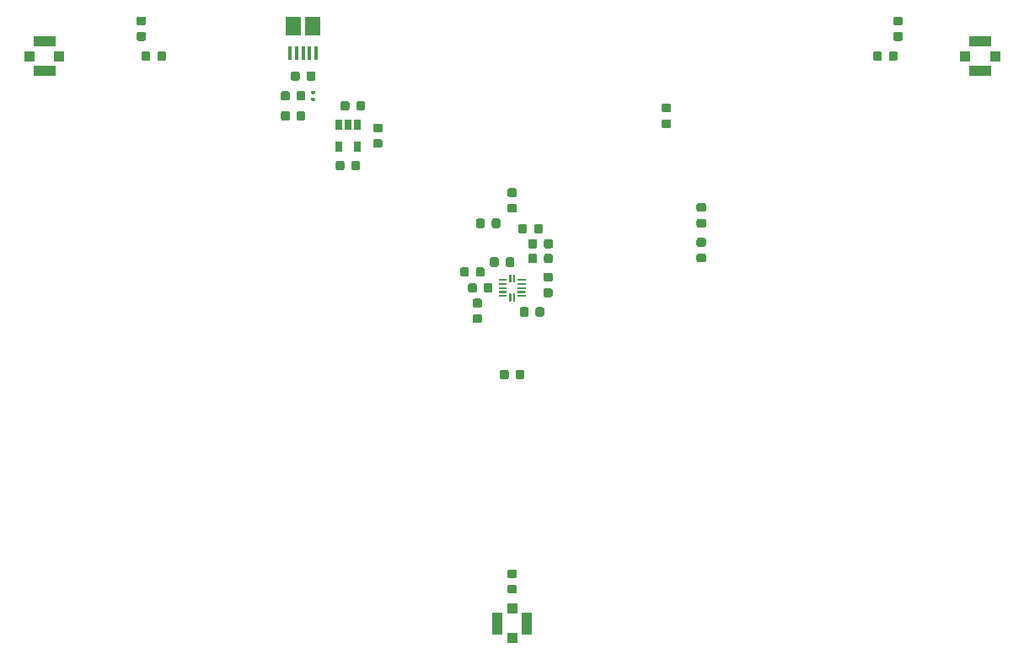
<source format=gbr>
G04 #@! TF.GenerationSoftware,KiCad,Pcbnew,(5.1.5-0-10_14)*
G04 #@! TF.CreationDate,2020-12-29T13:30:18-08:00*
G04 #@! TF.ProjectId,FakeEyes,46616b65-4579-4657-932e-6b696361645f,rev?*
G04 #@! TF.SameCoordinates,Original*
G04 #@! TF.FileFunction,Paste,Top*
G04 #@! TF.FilePolarity,Positive*
%FSLAX46Y46*%
G04 Gerber Fmt 4.6, Leading zero omitted, Abs format (unit mm)*
G04 Created by KiCad (PCBNEW (5.1.5-0-10_14)) date 2020-12-29 13:30:18*
%MOMM*%
%LPD*%
G04 APERTURE LIST*
%ADD10C,0.150000*%
%ADD11R,1.500000X1.900000*%
%ADD12R,0.400000X1.350000*%
%ADD13R,1.000000X1.000000*%
%ADD14R,2.200000X1.050000*%
%ADD15R,0.650000X1.060000*%
%ADD16R,1.050000X2.200000*%
G04 APERTURE END LIST*
D10*
G36*
X93452691Y-69526053D02*
G01*
X93473926Y-69529203D01*
X93494750Y-69534419D01*
X93514962Y-69541651D01*
X93534368Y-69550830D01*
X93552781Y-69561866D01*
X93570024Y-69574654D01*
X93585930Y-69589070D01*
X93600346Y-69604976D01*
X93613134Y-69622219D01*
X93624170Y-69640632D01*
X93633349Y-69660038D01*
X93640581Y-69680250D01*
X93645797Y-69701074D01*
X93648947Y-69722309D01*
X93650000Y-69743750D01*
X93650000Y-70256250D01*
X93648947Y-70277691D01*
X93645797Y-70298926D01*
X93640581Y-70319750D01*
X93633349Y-70339962D01*
X93624170Y-70359368D01*
X93613134Y-70377781D01*
X93600346Y-70395024D01*
X93585930Y-70410930D01*
X93570024Y-70425346D01*
X93552781Y-70438134D01*
X93534368Y-70449170D01*
X93514962Y-70458349D01*
X93494750Y-70465581D01*
X93473926Y-70470797D01*
X93452691Y-70473947D01*
X93431250Y-70475000D01*
X92993750Y-70475000D01*
X92972309Y-70473947D01*
X92951074Y-70470797D01*
X92930250Y-70465581D01*
X92910038Y-70458349D01*
X92890632Y-70449170D01*
X92872219Y-70438134D01*
X92854976Y-70425346D01*
X92839070Y-70410930D01*
X92824654Y-70395024D01*
X92811866Y-70377781D01*
X92800830Y-70359368D01*
X92791651Y-70339962D01*
X92784419Y-70319750D01*
X92779203Y-70298926D01*
X92776053Y-70277691D01*
X92775000Y-70256250D01*
X92775000Y-69743750D01*
X92776053Y-69722309D01*
X92779203Y-69701074D01*
X92784419Y-69680250D01*
X92791651Y-69660038D01*
X92800830Y-69640632D01*
X92811866Y-69622219D01*
X92824654Y-69604976D01*
X92839070Y-69589070D01*
X92854976Y-69574654D01*
X92872219Y-69561866D01*
X92890632Y-69550830D01*
X92910038Y-69541651D01*
X92930250Y-69534419D01*
X92951074Y-69529203D01*
X92972309Y-69526053D01*
X92993750Y-69525000D01*
X93431250Y-69525000D01*
X93452691Y-69526053D01*
G37*
G36*
X95027691Y-69526053D02*
G01*
X95048926Y-69529203D01*
X95069750Y-69534419D01*
X95089962Y-69541651D01*
X95109368Y-69550830D01*
X95127781Y-69561866D01*
X95145024Y-69574654D01*
X95160930Y-69589070D01*
X95175346Y-69604976D01*
X95188134Y-69622219D01*
X95199170Y-69640632D01*
X95208349Y-69660038D01*
X95215581Y-69680250D01*
X95220797Y-69701074D01*
X95223947Y-69722309D01*
X95225000Y-69743750D01*
X95225000Y-70256250D01*
X95223947Y-70277691D01*
X95220797Y-70298926D01*
X95215581Y-70319750D01*
X95208349Y-70339962D01*
X95199170Y-70359368D01*
X95188134Y-70377781D01*
X95175346Y-70395024D01*
X95160930Y-70410930D01*
X95145024Y-70425346D01*
X95127781Y-70438134D01*
X95109368Y-70449170D01*
X95089962Y-70458349D01*
X95069750Y-70465581D01*
X95048926Y-70470797D01*
X95027691Y-70473947D01*
X95006250Y-70475000D01*
X94568750Y-70475000D01*
X94547309Y-70473947D01*
X94526074Y-70470797D01*
X94505250Y-70465581D01*
X94485038Y-70458349D01*
X94465632Y-70449170D01*
X94447219Y-70438134D01*
X94429976Y-70425346D01*
X94414070Y-70410930D01*
X94399654Y-70395024D01*
X94386866Y-70377781D01*
X94375830Y-70359368D01*
X94366651Y-70339962D01*
X94359419Y-70319750D01*
X94354203Y-70298926D01*
X94351053Y-70277691D01*
X94350000Y-70256250D01*
X94350000Y-69743750D01*
X94351053Y-69722309D01*
X94354203Y-69701074D01*
X94359419Y-69680250D01*
X94366651Y-69660038D01*
X94375830Y-69640632D01*
X94386866Y-69622219D01*
X94399654Y-69604976D01*
X94414070Y-69589070D01*
X94429976Y-69574654D01*
X94447219Y-69561866D01*
X94465632Y-69550830D01*
X94485038Y-69541651D01*
X94505250Y-69534419D01*
X94526074Y-69529203D01*
X94547309Y-69526053D01*
X94568750Y-69525000D01*
X95006250Y-69525000D01*
X95027691Y-69526053D01*
G37*
G36*
X90027691Y-66526053D02*
G01*
X90048926Y-66529203D01*
X90069750Y-66534419D01*
X90089962Y-66541651D01*
X90109368Y-66550830D01*
X90127781Y-66561866D01*
X90145024Y-66574654D01*
X90160930Y-66589070D01*
X90175346Y-66604976D01*
X90188134Y-66622219D01*
X90199170Y-66640632D01*
X90208349Y-66660038D01*
X90215581Y-66680250D01*
X90220797Y-66701074D01*
X90223947Y-66722309D01*
X90225000Y-66743750D01*
X90225000Y-67256250D01*
X90223947Y-67277691D01*
X90220797Y-67298926D01*
X90215581Y-67319750D01*
X90208349Y-67339962D01*
X90199170Y-67359368D01*
X90188134Y-67377781D01*
X90175346Y-67395024D01*
X90160930Y-67410930D01*
X90145024Y-67425346D01*
X90127781Y-67438134D01*
X90109368Y-67449170D01*
X90089962Y-67458349D01*
X90069750Y-67465581D01*
X90048926Y-67470797D01*
X90027691Y-67473947D01*
X90006250Y-67475000D01*
X89568750Y-67475000D01*
X89547309Y-67473947D01*
X89526074Y-67470797D01*
X89505250Y-67465581D01*
X89485038Y-67458349D01*
X89465632Y-67449170D01*
X89447219Y-67438134D01*
X89429976Y-67425346D01*
X89414070Y-67410930D01*
X89399654Y-67395024D01*
X89386866Y-67377781D01*
X89375830Y-67359368D01*
X89366651Y-67339962D01*
X89359419Y-67319750D01*
X89354203Y-67298926D01*
X89351053Y-67277691D01*
X89350000Y-67256250D01*
X89350000Y-66743750D01*
X89351053Y-66722309D01*
X89354203Y-66701074D01*
X89359419Y-66680250D01*
X89366651Y-66660038D01*
X89375830Y-66640632D01*
X89386866Y-66622219D01*
X89399654Y-66604976D01*
X89414070Y-66589070D01*
X89429976Y-66574654D01*
X89447219Y-66561866D01*
X89465632Y-66550830D01*
X89485038Y-66541651D01*
X89505250Y-66534419D01*
X89526074Y-66529203D01*
X89547309Y-66526053D01*
X89568750Y-66525000D01*
X90006250Y-66525000D01*
X90027691Y-66526053D01*
G37*
G36*
X88452691Y-66526053D02*
G01*
X88473926Y-66529203D01*
X88494750Y-66534419D01*
X88514962Y-66541651D01*
X88534368Y-66550830D01*
X88552781Y-66561866D01*
X88570024Y-66574654D01*
X88585930Y-66589070D01*
X88600346Y-66604976D01*
X88613134Y-66622219D01*
X88624170Y-66640632D01*
X88633349Y-66660038D01*
X88640581Y-66680250D01*
X88645797Y-66701074D01*
X88648947Y-66722309D01*
X88650000Y-66743750D01*
X88650000Y-67256250D01*
X88648947Y-67277691D01*
X88645797Y-67298926D01*
X88640581Y-67319750D01*
X88633349Y-67339962D01*
X88624170Y-67359368D01*
X88613134Y-67377781D01*
X88600346Y-67395024D01*
X88585930Y-67410930D01*
X88570024Y-67425346D01*
X88552781Y-67438134D01*
X88534368Y-67449170D01*
X88514962Y-67458349D01*
X88494750Y-67465581D01*
X88473926Y-67470797D01*
X88452691Y-67473947D01*
X88431250Y-67475000D01*
X87993750Y-67475000D01*
X87972309Y-67473947D01*
X87951074Y-67470797D01*
X87930250Y-67465581D01*
X87910038Y-67458349D01*
X87890632Y-67449170D01*
X87872219Y-67438134D01*
X87854976Y-67425346D01*
X87839070Y-67410930D01*
X87824654Y-67395024D01*
X87811866Y-67377781D01*
X87800830Y-67359368D01*
X87791651Y-67339962D01*
X87784419Y-67319750D01*
X87779203Y-67298926D01*
X87776053Y-67277691D01*
X87775000Y-67256250D01*
X87775000Y-66743750D01*
X87776053Y-66722309D01*
X87779203Y-66701074D01*
X87784419Y-66680250D01*
X87791651Y-66660038D01*
X87800830Y-66640632D01*
X87811866Y-66622219D01*
X87824654Y-66604976D01*
X87839070Y-66589070D01*
X87854976Y-66574654D01*
X87872219Y-66561866D01*
X87890632Y-66550830D01*
X87910038Y-66541651D01*
X87930250Y-66534419D01*
X87951074Y-66529203D01*
X87972309Y-66526053D01*
X87993750Y-66525000D01*
X88431250Y-66525000D01*
X88452691Y-66526053D01*
G37*
G36*
X87452691Y-68526053D02*
G01*
X87473926Y-68529203D01*
X87494750Y-68534419D01*
X87514962Y-68541651D01*
X87534368Y-68550830D01*
X87552781Y-68561866D01*
X87570024Y-68574654D01*
X87585930Y-68589070D01*
X87600346Y-68604976D01*
X87613134Y-68622219D01*
X87624170Y-68640632D01*
X87633349Y-68660038D01*
X87640581Y-68680250D01*
X87645797Y-68701074D01*
X87648947Y-68722309D01*
X87650000Y-68743750D01*
X87650000Y-69256250D01*
X87648947Y-69277691D01*
X87645797Y-69298926D01*
X87640581Y-69319750D01*
X87633349Y-69339962D01*
X87624170Y-69359368D01*
X87613134Y-69377781D01*
X87600346Y-69395024D01*
X87585930Y-69410930D01*
X87570024Y-69425346D01*
X87552781Y-69438134D01*
X87534368Y-69449170D01*
X87514962Y-69458349D01*
X87494750Y-69465581D01*
X87473926Y-69470797D01*
X87452691Y-69473947D01*
X87431250Y-69475000D01*
X86993750Y-69475000D01*
X86972309Y-69473947D01*
X86951074Y-69470797D01*
X86930250Y-69465581D01*
X86910038Y-69458349D01*
X86890632Y-69449170D01*
X86872219Y-69438134D01*
X86854976Y-69425346D01*
X86839070Y-69410930D01*
X86824654Y-69395024D01*
X86811866Y-69377781D01*
X86800830Y-69359368D01*
X86791651Y-69339962D01*
X86784419Y-69319750D01*
X86779203Y-69298926D01*
X86776053Y-69277691D01*
X86775000Y-69256250D01*
X86775000Y-68743750D01*
X86776053Y-68722309D01*
X86779203Y-68701074D01*
X86784419Y-68680250D01*
X86791651Y-68660038D01*
X86800830Y-68640632D01*
X86811866Y-68622219D01*
X86824654Y-68604976D01*
X86839070Y-68589070D01*
X86854976Y-68574654D01*
X86872219Y-68561866D01*
X86890632Y-68550830D01*
X86910038Y-68541651D01*
X86930250Y-68534419D01*
X86951074Y-68529203D01*
X86972309Y-68526053D01*
X86993750Y-68525000D01*
X87431250Y-68525000D01*
X87452691Y-68526053D01*
G37*
G36*
X89027691Y-68526053D02*
G01*
X89048926Y-68529203D01*
X89069750Y-68534419D01*
X89089962Y-68541651D01*
X89109368Y-68550830D01*
X89127781Y-68561866D01*
X89145024Y-68574654D01*
X89160930Y-68589070D01*
X89175346Y-68604976D01*
X89188134Y-68622219D01*
X89199170Y-68640632D01*
X89208349Y-68660038D01*
X89215581Y-68680250D01*
X89220797Y-68701074D01*
X89223947Y-68722309D01*
X89225000Y-68743750D01*
X89225000Y-69256250D01*
X89223947Y-69277691D01*
X89220797Y-69298926D01*
X89215581Y-69319750D01*
X89208349Y-69339962D01*
X89199170Y-69359368D01*
X89188134Y-69377781D01*
X89175346Y-69395024D01*
X89160930Y-69410930D01*
X89145024Y-69425346D01*
X89127781Y-69438134D01*
X89109368Y-69449170D01*
X89089962Y-69458349D01*
X89069750Y-69465581D01*
X89048926Y-69470797D01*
X89027691Y-69473947D01*
X89006250Y-69475000D01*
X88568750Y-69475000D01*
X88547309Y-69473947D01*
X88526074Y-69470797D01*
X88505250Y-69465581D01*
X88485038Y-69458349D01*
X88465632Y-69449170D01*
X88447219Y-69438134D01*
X88429976Y-69425346D01*
X88414070Y-69410930D01*
X88399654Y-69395024D01*
X88386866Y-69377781D01*
X88375830Y-69359368D01*
X88366651Y-69339962D01*
X88359419Y-69319750D01*
X88354203Y-69298926D01*
X88351053Y-69277691D01*
X88350000Y-69256250D01*
X88350000Y-68743750D01*
X88351053Y-68722309D01*
X88354203Y-68701074D01*
X88359419Y-68680250D01*
X88366651Y-68660038D01*
X88375830Y-68640632D01*
X88386866Y-68622219D01*
X88399654Y-68604976D01*
X88414070Y-68589070D01*
X88429976Y-68574654D01*
X88447219Y-68561866D01*
X88465632Y-68550830D01*
X88485038Y-68541651D01*
X88505250Y-68534419D01*
X88526074Y-68529203D01*
X88547309Y-68526053D01*
X88568750Y-68525000D01*
X89006250Y-68525000D01*
X89027691Y-68526053D01*
G37*
G36*
X89027691Y-70526053D02*
G01*
X89048926Y-70529203D01*
X89069750Y-70534419D01*
X89089962Y-70541651D01*
X89109368Y-70550830D01*
X89127781Y-70561866D01*
X89145024Y-70574654D01*
X89160930Y-70589070D01*
X89175346Y-70604976D01*
X89188134Y-70622219D01*
X89199170Y-70640632D01*
X89208349Y-70660038D01*
X89215581Y-70680250D01*
X89220797Y-70701074D01*
X89223947Y-70722309D01*
X89225000Y-70743750D01*
X89225000Y-71256250D01*
X89223947Y-71277691D01*
X89220797Y-71298926D01*
X89215581Y-71319750D01*
X89208349Y-71339962D01*
X89199170Y-71359368D01*
X89188134Y-71377781D01*
X89175346Y-71395024D01*
X89160930Y-71410930D01*
X89145024Y-71425346D01*
X89127781Y-71438134D01*
X89109368Y-71449170D01*
X89089962Y-71458349D01*
X89069750Y-71465581D01*
X89048926Y-71470797D01*
X89027691Y-71473947D01*
X89006250Y-71475000D01*
X88568750Y-71475000D01*
X88547309Y-71473947D01*
X88526074Y-71470797D01*
X88505250Y-71465581D01*
X88485038Y-71458349D01*
X88465632Y-71449170D01*
X88447219Y-71438134D01*
X88429976Y-71425346D01*
X88414070Y-71410930D01*
X88399654Y-71395024D01*
X88386866Y-71377781D01*
X88375830Y-71359368D01*
X88366651Y-71339962D01*
X88359419Y-71319750D01*
X88354203Y-71298926D01*
X88351053Y-71277691D01*
X88350000Y-71256250D01*
X88350000Y-70743750D01*
X88351053Y-70722309D01*
X88354203Y-70701074D01*
X88359419Y-70680250D01*
X88366651Y-70660038D01*
X88375830Y-70640632D01*
X88386866Y-70622219D01*
X88399654Y-70604976D01*
X88414070Y-70589070D01*
X88429976Y-70574654D01*
X88447219Y-70561866D01*
X88465632Y-70550830D01*
X88485038Y-70541651D01*
X88505250Y-70534419D01*
X88526074Y-70529203D01*
X88547309Y-70526053D01*
X88568750Y-70525000D01*
X89006250Y-70525000D01*
X89027691Y-70526053D01*
G37*
G36*
X87452691Y-70526053D02*
G01*
X87473926Y-70529203D01*
X87494750Y-70534419D01*
X87514962Y-70541651D01*
X87534368Y-70550830D01*
X87552781Y-70561866D01*
X87570024Y-70574654D01*
X87585930Y-70589070D01*
X87600346Y-70604976D01*
X87613134Y-70622219D01*
X87624170Y-70640632D01*
X87633349Y-70660038D01*
X87640581Y-70680250D01*
X87645797Y-70701074D01*
X87648947Y-70722309D01*
X87650000Y-70743750D01*
X87650000Y-71256250D01*
X87648947Y-71277691D01*
X87645797Y-71298926D01*
X87640581Y-71319750D01*
X87633349Y-71339962D01*
X87624170Y-71359368D01*
X87613134Y-71377781D01*
X87600346Y-71395024D01*
X87585930Y-71410930D01*
X87570024Y-71425346D01*
X87552781Y-71438134D01*
X87534368Y-71449170D01*
X87514962Y-71458349D01*
X87494750Y-71465581D01*
X87473926Y-71470797D01*
X87452691Y-71473947D01*
X87431250Y-71475000D01*
X86993750Y-71475000D01*
X86972309Y-71473947D01*
X86951074Y-71470797D01*
X86930250Y-71465581D01*
X86910038Y-71458349D01*
X86890632Y-71449170D01*
X86872219Y-71438134D01*
X86854976Y-71425346D01*
X86839070Y-71410930D01*
X86824654Y-71395024D01*
X86811866Y-71377781D01*
X86800830Y-71359368D01*
X86791651Y-71339962D01*
X86784419Y-71319750D01*
X86779203Y-71298926D01*
X86776053Y-71277691D01*
X86775000Y-71256250D01*
X86775000Y-70743750D01*
X86776053Y-70722309D01*
X86779203Y-70701074D01*
X86784419Y-70680250D01*
X86791651Y-70660038D01*
X86800830Y-70640632D01*
X86811866Y-70622219D01*
X86824654Y-70604976D01*
X86839070Y-70589070D01*
X86854976Y-70574654D01*
X86872219Y-70561866D01*
X86890632Y-70550830D01*
X86910038Y-70541651D01*
X86930250Y-70534419D01*
X86951074Y-70529203D01*
X86972309Y-70526053D01*
X86993750Y-70525000D01*
X87431250Y-70525000D01*
X87452691Y-70526053D01*
G37*
G36*
X92952691Y-75526053D02*
G01*
X92973926Y-75529203D01*
X92994750Y-75534419D01*
X93014962Y-75541651D01*
X93034368Y-75550830D01*
X93052781Y-75561866D01*
X93070024Y-75574654D01*
X93085930Y-75589070D01*
X93100346Y-75604976D01*
X93113134Y-75622219D01*
X93124170Y-75640632D01*
X93133349Y-75660038D01*
X93140581Y-75680250D01*
X93145797Y-75701074D01*
X93148947Y-75722309D01*
X93150000Y-75743750D01*
X93150000Y-76256250D01*
X93148947Y-76277691D01*
X93145797Y-76298926D01*
X93140581Y-76319750D01*
X93133349Y-76339962D01*
X93124170Y-76359368D01*
X93113134Y-76377781D01*
X93100346Y-76395024D01*
X93085930Y-76410930D01*
X93070024Y-76425346D01*
X93052781Y-76438134D01*
X93034368Y-76449170D01*
X93014962Y-76458349D01*
X92994750Y-76465581D01*
X92973926Y-76470797D01*
X92952691Y-76473947D01*
X92931250Y-76475000D01*
X92493750Y-76475000D01*
X92472309Y-76473947D01*
X92451074Y-76470797D01*
X92430250Y-76465581D01*
X92410038Y-76458349D01*
X92390632Y-76449170D01*
X92372219Y-76438134D01*
X92354976Y-76425346D01*
X92339070Y-76410930D01*
X92324654Y-76395024D01*
X92311866Y-76377781D01*
X92300830Y-76359368D01*
X92291651Y-76339962D01*
X92284419Y-76319750D01*
X92279203Y-76298926D01*
X92276053Y-76277691D01*
X92275000Y-76256250D01*
X92275000Y-75743750D01*
X92276053Y-75722309D01*
X92279203Y-75701074D01*
X92284419Y-75680250D01*
X92291651Y-75660038D01*
X92300830Y-75640632D01*
X92311866Y-75622219D01*
X92324654Y-75604976D01*
X92339070Y-75589070D01*
X92354976Y-75574654D01*
X92372219Y-75561866D01*
X92390632Y-75550830D01*
X92410038Y-75541651D01*
X92430250Y-75534419D01*
X92451074Y-75529203D01*
X92472309Y-75526053D01*
X92493750Y-75525000D01*
X92931250Y-75525000D01*
X92952691Y-75526053D01*
G37*
G36*
X94527691Y-75526053D02*
G01*
X94548926Y-75529203D01*
X94569750Y-75534419D01*
X94589962Y-75541651D01*
X94609368Y-75550830D01*
X94627781Y-75561866D01*
X94645024Y-75574654D01*
X94660930Y-75589070D01*
X94675346Y-75604976D01*
X94688134Y-75622219D01*
X94699170Y-75640632D01*
X94708349Y-75660038D01*
X94715581Y-75680250D01*
X94720797Y-75701074D01*
X94723947Y-75722309D01*
X94725000Y-75743750D01*
X94725000Y-76256250D01*
X94723947Y-76277691D01*
X94720797Y-76298926D01*
X94715581Y-76319750D01*
X94708349Y-76339962D01*
X94699170Y-76359368D01*
X94688134Y-76377781D01*
X94675346Y-76395024D01*
X94660930Y-76410930D01*
X94645024Y-76425346D01*
X94627781Y-76438134D01*
X94609368Y-76449170D01*
X94589962Y-76458349D01*
X94569750Y-76465581D01*
X94548926Y-76470797D01*
X94527691Y-76473947D01*
X94506250Y-76475000D01*
X94068750Y-76475000D01*
X94047309Y-76473947D01*
X94026074Y-76470797D01*
X94005250Y-76465581D01*
X93985038Y-76458349D01*
X93965632Y-76449170D01*
X93947219Y-76438134D01*
X93929976Y-76425346D01*
X93914070Y-76410930D01*
X93899654Y-76395024D01*
X93886866Y-76377781D01*
X93875830Y-76359368D01*
X93866651Y-76339962D01*
X93859419Y-76319750D01*
X93854203Y-76298926D01*
X93851053Y-76277691D01*
X93850000Y-76256250D01*
X93850000Y-75743750D01*
X93851053Y-75722309D01*
X93854203Y-75701074D01*
X93859419Y-75680250D01*
X93866651Y-75660038D01*
X93875830Y-75640632D01*
X93886866Y-75622219D01*
X93899654Y-75604976D01*
X93914070Y-75589070D01*
X93929976Y-75574654D01*
X93947219Y-75561866D01*
X93965632Y-75550830D01*
X93985038Y-75541651D01*
X94005250Y-75534419D01*
X94026074Y-75529203D01*
X94047309Y-75526053D01*
X94068750Y-75525000D01*
X94506250Y-75525000D01*
X94527691Y-75526053D01*
G37*
G36*
X96777691Y-71776053D02*
G01*
X96798926Y-71779203D01*
X96819750Y-71784419D01*
X96839962Y-71791651D01*
X96859368Y-71800830D01*
X96877781Y-71811866D01*
X96895024Y-71824654D01*
X96910930Y-71839070D01*
X96925346Y-71854976D01*
X96938134Y-71872219D01*
X96949170Y-71890632D01*
X96958349Y-71910038D01*
X96965581Y-71930250D01*
X96970797Y-71951074D01*
X96973947Y-71972309D01*
X96975000Y-71993750D01*
X96975000Y-72431250D01*
X96973947Y-72452691D01*
X96970797Y-72473926D01*
X96965581Y-72494750D01*
X96958349Y-72514962D01*
X96949170Y-72534368D01*
X96938134Y-72552781D01*
X96925346Y-72570024D01*
X96910930Y-72585930D01*
X96895024Y-72600346D01*
X96877781Y-72613134D01*
X96859368Y-72624170D01*
X96839962Y-72633349D01*
X96819750Y-72640581D01*
X96798926Y-72645797D01*
X96777691Y-72648947D01*
X96756250Y-72650000D01*
X96243750Y-72650000D01*
X96222309Y-72648947D01*
X96201074Y-72645797D01*
X96180250Y-72640581D01*
X96160038Y-72633349D01*
X96140632Y-72624170D01*
X96122219Y-72613134D01*
X96104976Y-72600346D01*
X96089070Y-72585930D01*
X96074654Y-72570024D01*
X96061866Y-72552781D01*
X96050830Y-72534368D01*
X96041651Y-72514962D01*
X96034419Y-72494750D01*
X96029203Y-72473926D01*
X96026053Y-72452691D01*
X96025000Y-72431250D01*
X96025000Y-71993750D01*
X96026053Y-71972309D01*
X96029203Y-71951074D01*
X96034419Y-71930250D01*
X96041651Y-71910038D01*
X96050830Y-71890632D01*
X96061866Y-71872219D01*
X96074654Y-71854976D01*
X96089070Y-71839070D01*
X96104976Y-71824654D01*
X96122219Y-71811866D01*
X96140632Y-71800830D01*
X96160038Y-71791651D01*
X96180250Y-71784419D01*
X96201074Y-71779203D01*
X96222309Y-71776053D01*
X96243750Y-71775000D01*
X96756250Y-71775000D01*
X96777691Y-71776053D01*
G37*
G36*
X96777691Y-73351053D02*
G01*
X96798926Y-73354203D01*
X96819750Y-73359419D01*
X96839962Y-73366651D01*
X96859368Y-73375830D01*
X96877781Y-73386866D01*
X96895024Y-73399654D01*
X96910930Y-73414070D01*
X96925346Y-73429976D01*
X96938134Y-73447219D01*
X96949170Y-73465632D01*
X96958349Y-73485038D01*
X96965581Y-73505250D01*
X96970797Y-73526074D01*
X96973947Y-73547309D01*
X96975000Y-73568750D01*
X96975000Y-74006250D01*
X96973947Y-74027691D01*
X96970797Y-74048926D01*
X96965581Y-74069750D01*
X96958349Y-74089962D01*
X96949170Y-74109368D01*
X96938134Y-74127781D01*
X96925346Y-74145024D01*
X96910930Y-74160930D01*
X96895024Y-74175346D01*
X96877781Y-74188134D01*
X96859368Y-74199170D01*
X96839962Y-74208349D01*
X96819750Y-74215581D01*
X96798926Y-74220797D01*
X96777691Y-74223947D01*
X96756250Y-74225000D01*
X96243750Y-74225000D01*
X96222309Y-74223947D01*
X96201074Y-74220797D01*
X96180250Y-74215581D01*
X96160038Y-74208349D01*
X96140632Y-74199170D01*
X96122219Y-74188134D01*
X96104976Y-74175346D01*
X96089070Y-74160930D01*
X96074654Y-74145024D01*
X96061866Y-74127781D01*
X96050830Y-74109368D01*
X96041651Y-74089962D01*
X96034419Y-74069750D01*
X96029203Y-74048926D01*
X96026053Y-74027691D01*
X96025000Y-74006250D01*
X96025000Y-73568750D01*
X96026053Y-73547309D01*
X96029203Y-73526074D01*
X96034419Y-73505250D01*
X96041651Y-73485038D01*
X96050830Y-73465632D01*
X96061866Y-73447219D01*
X96074654Y-73429976D01*
X96089070Y-73414070D01*
X96104976Y-73399654D01*
X96122219Y-73386866D01*
X96140632Y-73375830D01*
X96160038Y-73366651D01*
X96180250Y-73359419D01*
X96201074Y-73354203D01*
X96222309Y-73351053D01*
X96243750Y-73350000D01*
X96756250Y-73350000D01*
X96777691Y-73351053D01*
G37*
D11*
X88000000Y-62000000D03*
D12*
X89650000Y-64700000D03*
X90300000Y-64700000D03*
X87700000Y-64700000D03*
X88350000Y-64700000D03*
X89000000Y-64700000D03*
D11*
X90000000Y-62000000D03*
D13*
X64500000Y-65000000D03*
X61500000Y-65000000D03*
D14*
X63000000Y-63525000D03*
X63000000Y-66475000D03*
X157000000Y-63525000D03*
X157000000Y-66475000D03*
D13*
X158500000Y-65000000D03*
X155500000Y-65000000D03*
D10*
G36*
X90108292Y-68496383D02*
G01*
X90116010Y-68497528D01*
X90123578Y-68499423D01*
X90130923Y-68502052D01*
X90137976Y-68505387D01*
X90144668Y-68509398D01*
X90150934Y-68514046D01*
X90156715Y-68519285D01*
X90161954Y-68525066D01*
X90166602Y-68531332D01*
X90170613Y-68538024D01*
X90173948Y-68545077D01*
X90176577Y-68552422D01*
X90178472Y-68559990D01*
X90179617Y-68567708D01*
X90180000Y-68575500D01*
X90180000Y-68734500D01*
X90179617Y-68742292D01*
X90178472Y-68750010D01*
X90176577Y-68757578D01*
X90173948Y-68764923D01*
X90170613Y-68771976D01*
X90166602Y-68778668D01*
X90161954Y-68784934D01*
X90156715Y-68790715D01*
X90150934Y-68795954D01*
X90144668Y-68800602D01*
X90137976Y-68804613D01*
X90130923Y-68807948D01*
X90123578Y-68810577D01*
X90116010Y-68812472D01*
X90108292Y-68813617D01*
X90100500Y-68814000D01*
X89899500Y-68814000D01*
X89891708Y-68813617D01*
X89883990Y-68812472D01*
X89876422Y-68810577D01*
X89869077Y-68807948D01*
X89862024Y-68804613D01*
X89855332Y-68800602D01*
X89849066Y-68795954D01*
X89843285Y-68790715D01*
X89838046Y-68784934D01*
X89833398Y-68778668D01*
X89829387Y-68771976D01*
X89826052Y-68764923D01*
X89823423Y-68757578D01*
X89821528Y-68750010D01*
X89820383Y-68742292D01*
X89820000Y-68734500D01*
X89820000Y-68575500D01*
X89820383Y-68567708D01*
X89821528Y-68559990D01*
X89823423Y-68552422D01*
X89826052Y-68545077D01*
X89829387Y-68538024D01*
X89833398Y-68531332D01*
X89838046Y-68525066D01*
X89843285Y-68519285D01*
X89849066Y-68514046D01*
X89855332Y-68509398D01*
X89862024Y-68505387D01*
X89869077Y-68502052D01*
X89876422Y-68499423D01*
X89883990Y-68497528D01*
X89891708Y-68496383D01*
X89899500Y-68496000D01*
X90100500Y-68496000D01*
X90108292Y-68496383D01*
G37*
G36*
X90108292Y-69186383D02*
G01*
X90116010Y-69187528D01*
X90123578Y-69189423D01*
X90130923Y-69192052D01*
X90137976Y-69195387D01*
X90144668Y-69199398D01*
X90150934Y-69204046D01*
X90156715Y-69209285D01*
X90161954Y-69215066D01*
X90166602Y-69221332D01*
X90170613Y-69228024D01*
X90173948Y-69235077D01*
X90176577Y-69242422D01*
X90178472Y-69249990D01*
X90179617Y-69257708D01*
X90180000Y-69265500D01*
X90180000Y-69424500D01*
X90179617Y-69432292D01*
X90178472Y-69440010D01*
X90176577Y-69447578D01*
X90173948Y-69454923D01*
X90170613Y-69461976D01*
X90166602Y-69468668D01*
X90161954Y-69474934D01*
X90156715Y-69480715D01*
X90150934Y-69485954D01*
X90144668Y-69490602D01*
X90137976Y-69494613D01*
X90130923Y-69497948D01*
X90123578Y-69500577D01*
X90116010Y-69502472D01*
X90108292Y-69503617D01*
X90100500Y-69504000D01*
X89899500Y-69504000D01*
X89891708Y-69503617D01*
X89883990Y-69502472D01*
X89876422Y-69500577D01*
X89869077Y-69497948D01*
X89862024Y-69494613D01*
X89855332Y-69490602D01*
X89849066Y-69485954D01*
X89843285Y-69480715D01*
X89838046Y-69474934D01*
X89833398Y-69468668D01*
X89829387Y-69461976D01*
X89826052Y-69454923D01*
X89823423Y-69447578D01*
X89821528Y-69440010D01*
X89820383Y-69432292D01*
X89820000Y-69424500D01*
X89820000Y-69265500D01*
X89820383Y-69257708D01*
X89821528Y-69249990D01*
X89823423Y-69242422D01*
X89826052Y-69235077D01*
X89829387Y-69228024D01*
X89833398Y-69221332D01*
X89838046Y-69215066D01*
X89843285Y-69209285D01*
X89849066Y-69204046D01*
X89855332Y-69199398D01*
X89862024Y-69195387D01*
X89869077Y-69192052D01*
X89876422Y-69189423D01*
X89883990Y-69187528D01*
X89891708Y-69186383D01*
X89899500Y-69186000D01*
X90100500Y-69186000D01*
X90108292Y-69186383D01*
G37*
G36*
X129277691Y-79776053D02*
G01*
X129298926Y-79779203D01*
X129319750Y-79784419D01*
X129339962Y-79791651D01*
X129359368Y-79800830D01*
X129377781Y-79811866D01*
X129395024Y-79824654D01*
X129410930Y-79839070D01*
X129425346Y-79854976D01*
X129438134Y-79872219D01*
X129449170Y-79890632D01*
X129458349Y-79910038D01*
X129465581Y-79930250D01*
X129470797Y-79951074D01*
X129473947Y-79972309D01*
X129475000Y-79993750D01*
X129475000Y-80431250D01*
X129473947Y-80452691D01*
X129470797Y-80473926D01*
X129465581Y-80494750D01*
X129458349Y-80514962D01*
X129449170Y-80534368D01*
X129438134Y-80552781D01*
X129425346Y-80570024D01*
X129410930Y-80585930D01*
X129395024Y-80600346D01*
X129377781Y-80613134D01*
X129359368Y-80624170D01*
X129339962Y-80633349D01*
X129319750Y-80640581D01*
X129298926Y-80645797D01*
X129277691Y-80648947D01*
X129256250Y-80650000D01*
X128743750Y-80650000D01*
X128722309Y-80648947D01*
X128701074Y-80645797D01*
X128680250Y-80640581D01*
X128660038Y-80633349D01*
X128640632Y-80624170D01*
X128622219Y-80613134D01*
X128604976Y-80600346D01*
X128589070Y-80585930D01*
X128574654Y-80570024D01*
X128561866Y-80552781D01*
X128550830Y-80534368D01*
X128541651Y-80514962D01*
X128534419Y-80494750D01*
X128529203Y-80473926D01*
X128526053Y-80452691D01*
X128525000Y-80431250D01*
X128525000Y-79993750D01*
X128526053Y-79972309D01*
X128529203Y-79951074D01*
X128534419Y-79930250D01*
X128541651Y-79910038D01*
X128550830Y-79890632D01*
X128561866Y-79872219D01*
X128574654Y-79854976D01*
X128589070Y-79839070D01*
X128604976Y-79824654D01*
X128622219Y-79811866D01*
X128640632Y-79800830D01*
X128660038Y-79791651D01*
X128680250Y-79784419D01*
X128701074Y-79779203D01*
X128722309Y-79776053D01*
X128743750Y-79775000D01*
X129256250Y-79775000D01*
X129277691Y-79776053D01*
G37*
G36*
X129277691Y-81351053D02*
G01*
X129298926Y-81354203D01*
X129319750Y-81359419D01*
X129339962Y-81366651D01*
X129359368Y-81375830D01*
X129377781Y-81386866D01*
X129395024Y-81399654D01*
X129410930Y-81414070D01*
X129425346Y-81429976D01*
X129438134Y-81447219D01*
X129449170Y-81465632D01*
X129458349Y-81485038D01*
X129465581Y-81505250D01*
X129470797Y-81526074D01*
X129473947Y-81547309D01*
X129475000Y-81568750D01*
X129475000Y-82006250D01*
X129473947Y-82027691D01*
X129470797Y-82048926D01*
X129465581Y-82069750D01*
X129458349Y-82089962D01*
X129449170Y-82109368D01*
X129438134Y-82127781D01*
X129425346Y-82145024D01*
X129410930Y-82160930D01*
X129395024Y-82175346D01*
X129377781Y-82188134D01*
X129359368Y-82199170D01*
X129339962Y-82208349D01*
X129319750Y-82215581D01*
X129298926Y-82220797D01*
X129277691Y-82223947D01*
X129256250Y-82225000D01*
X128743750Y-82225000D01*
X128722309Y-82223947D01*
X128701074Y-82220797D01*
X128680250Y-82215581D01*
X128660038Y-82208349D01*
X128640632Y-82199170D01*
X128622219Y-82188134D01*
X128604976Y-82175346D01*
X128589070Y-82160930D01*
X128574654Y-82145024D01*
X128561866Y-82127781D01*
X128550830Y-82109368D01*
X128541651Y-82089962D01*
X128534419Y-82069750D01*
X128529203Y-82048926D01*
X128526053Y-82027691D01*
X128525000Y-82006250D01*
X128525000Y-81568750D01*
X128526053Y-81547309D01*
X128529203Y-81526074D01*
X128534419Y-81505250D01*
X128541651Y-81485038D01*
X128550830Y-81465632D01*
X128561866Y-81447219D01*
X128574654Y-81429976D01*
X128589070Y-81414070D01*
X128604976Y-81399654D01*
X128622219Y-81386866D01*
X128640632Y-81375830D01*
X128660038Y-81366651D01*
X128680250Y-81359419D01*
X128701074Y-81354203D01*
X128722309Y-81351053D01*
X128743750Y-81350000D01*
X129256250Y-81350000D01*
X129277691Y-81351053D01*
G37*
G36*
X129277691Y-84851053D02*
G01*
X129298926Y-84854203D01*
X129319750Y-84859419D01*
X129339962Y-84866651D01*
X129359368Y-84875830D01*
X129377781Y-84886866D01*
X129395024Y-84899654D01*
X129410930Y-84914070D01*
X129425346Y-84929976D01*
X129438134Y-84947219D01*
X129449170Y-84965632D01*
X129458349Y-84985038D01*
X129465581Y-85005250D01*
X129470797Y-85026074D01*
X129473947Y-85047309D01*
X129475000Y-85068750D01*
X129475000Y-85506250D01*
X129473947Y-85527691D01*
X129470797Y-85548926D01*
X129465581Y-85569750D01*
X129458349Y-85589962D01*
X129449170Y-85609368D01*
X129438134Y-85627781D01*
X129425346Y-85645024D01*
X129410930Y-85660930D01*
X129395024Y-85675346D01*
X129377781Y-85688134D01*
X129359368Y-85699170D01*
X129339962Y-85708349D01*
X129319750Y-85715581D01*
X129298926Y-85720797D01*
X129277691Y-85723947D01*
X129256250Y-85725000D01*
X128743750Y-85725000D01*
X128722309Y-85723947D01*
X128701074Y-85720797D01*
X128680250Y-85715581D01*
X128660038Y-85708349D01*
X128640632Y-85699170D01*
X128622219Y-85688134D01*
X128604976Y-85675346D01*
X128589070Y-85660930D01*
X128574654Y-85645024D01*
X128561866Y-85627781D01*
X128550830Y-85609368D01*
X128541651Y-85589962D01*
X128534419Y-85569750D01*
X128529203Y-85548926D01*
X128526053Y-85527691D01*
X128525000Y-85506250D01*
X128525000Y-85068750D01*
X128526053Y-85047309D01*
X128529203Y-85026074D01*
X128534419Y-85005250D01*
X128541651Y-84985038D01*
X128550830Y-84965632D01*
X128561866Y-84947219D01*
X128574654Y-84929976D01*
X128589070Y-84914070D01*
X128604976Y-84899654D01*
X128622219Y-84886866D01*
X128640632Y-84875830D01*
X128660038Y-84866651D01*
X128680250Y-84859419D01*
X128701074Y-84854203D01*
X128722309Y-84851053D01*
X128743750Y-84850000D01*
X129256250Y-84850000D01*
X129277691Y-84851053D01*
G37*
G36*
X129277691Y-83276053D02*
G01*
X129298926Y-83279203D01*
X129319750Y-83284419D01*
X129339962Y-83291651D01*
X129359368Y-83300830D01*
X129377781Y-83311866D01*
X129395024Y-83324654D01*
X129410930Y-83339070D01*
X129425346Y-83354976D01*
X129438134Y-83372219D01*
X129449170Y-83390632D01*
X129458349Y-83410038D01*
X129465581Y-83430250D01*
X129470797Y-83451074D01*
X129473947Y-83472309D01*
X129475000Y-83493750D01*
X129475000Y-83931250D01*
X129473947Y-83952691D01*
X129470797Y-83973926D01*
X129465581Y-83994750D01*
X129458349Y-84014962D01*
X129449170Y-84034368D01*
X129438134Y-84052781D01*
X129425346Y-84070024D01*
X129410930Y-84085930D01*
X129395024Y-84100346D01*
X129377781Y-84113134D01*
X129359368Y-84124170D01*
X129339962Y-84133349D01*
X129319750Y-84140581D01*
X129298926Y-84145797D01*
X129277691Y-84148947D01*
X129256250Y-84150000D01*
X128743750Y-84150000D01*
X128722309Y-84148947D01*
X128701074Y-84145797D01*
X128680250Y-84140581D01*
X128660038Y-84133349D01*
X128640632Y-84124170D01*
X128622219Y-84113134D01*
X128604976Y-84100346D01*
X128589070Y-84085930D01*
X128574654Y-84070024D01*
X128561866Y-84052781D01*
X128550830Y-84034368D01*
X128541651Y-84014962D01*
X128534419Y-83994750D01*
X128529203Y-83973926D01*
X128526053Y-83952691D01*
X128525000Y-83931250D01*
X128525000Y-83493750D01*
X128526053Y-83472309D01*
X128529203Y-83451074D01*
X128534419Y-83430250D01*
X128541651Y-83410038D01*
X128550830Y-83390632D01*
X128561866Y-83372219D01*
X128574654Y-83354976D01*
X128589070Y-83339070D01*
X128604976Y-83324654D01*
X128622219Y-83311866D01*
X128640632Y-83300830D01*
X128660038Y-83291651D01*
X128680250Y-83284419D01*
X128701074Y-83279203D01*
X128722309Y-83276053D01*
X128743750Y-83275000D01*
X129256250Y-83275000D01*
X129277691Y-83276053D01*
G37*
G36*
X110277691Y-79851053D02*
G01*
X110298926Y-79854203D01*
X110319750Y-79859419D01*
X110339962Y-79866651D01*
X110359368Y-79875830D01*
X110377781Y-79886866D01*
X110395024Y-79899654D01*
X110410930Y-79914070D01*
X110425346Y-79929976D01*
X110438134Y-79947219D01*
X110449170Y-79965632D01*
X110458349Y-79985038D01*
X110465581Y-80005250D01*
X110470797Y-80026074D01*
X110473947Y-80047309D01*
X110475000Y-80068750D01*
X110475000Y-80506250D01*
X110473947Y-80527691D01*
X110470797Y-80548926D01*
X110465581Y-80569750D01*
X110458349Y-80589962D01*
X110449170Y-80609368D01*
X110438134Y-80627781D01*
X110425346Y-80645024D01*
X110410930Y-80660930D01*
X110395024Y-80675346D01*
X110377781Y-80688134D01*
X110359368Y-80699170D01*
X110339962Y-80708349D01*
X110319750Y-80715581D01*
X110298926Y-80720797D01*
X110277691Y-80723947D01*
X110256250Y-80725000D01*
X109743750Y-80725000D01*
X109722309Y-80723947D01*
X109701074Y-80720797D01*
X109680250Y-80715581D01*
X109660038Y-80708349D01*
X109640632Y-80699170D01*
X109622219Y-80688134D01*
X109604976Y-80675346D01*
X109589070Y-80660930D01*
X109574654Y-80645024D01*
X109561866Y-80627781D01*
X109550830Y-80609368D01*
X109541651Y-80589962D01*
X109534419Y-80569750D01*
X109529203Y-80548926D01*
X109526053Y-80527691D01*
X109525000Y-80506250D01*
X109525000Y-80068750D01*
X109526053Y-80047309D01*
X109529203Y-80026074D01*
X109534419Y-80005250D01*
X109541651Y-79985038D01*
X109550830Y-79965632D01*
X109561866Y-79947219D01*
X109574654Y-79929976D01*
X109589070Y-79914070D01*
X109604976Y-79899654D01*
X109622219Y-79886866D01*
X109640632Y-79875830D01*
X109660038Y-79866651D01*
X109680250Y-79859419D01*
X109701074Y-79854203D01*
X109722309Y-79851053D01*
X109743750Y-79850000D01*
X110256250Y-79850000D01*
X110277691Y-79851053D01*
G37*
G36*
X110277691Y-78276053D02*
G01*
X110298926Y-78279203D01*
X110319750Y-78284419D01*
X110339962Y-78291651D01*
X110359368Y-78300830D01*
X110377781Y-78311866D01*
X110395024Y-78324654D01*
X110410930Y-78339070D01*
X110425346Y-78354976D01*
X110438134Y-78372219D01*
X110449170Y-78390632D01*
X110458349Y-78410038D01*
X110465581Y-78430250D01*
X110470797Y-78451074D01*
X110473947Y-78472309D01*
X110475000Y-78493750D01*
X110475000Y-78931250D01*
X110473947Y-78952691D01*
X110470797Y-78973926D01*
X110465581Y-78994750D01*
X110458349Y-79014962D01*
X110449170Y-79034368D01*
X110438134Y-79052781D01*
X110425346Y-79070024D01*
X110410930Y-79085930D01*
X110395024Y-79100346D01*
X110377781Y-79113134D01*
X110359368Y-79124170D01*
X110339962Y-79133349D01*
X110319750Y-79140581D01*
X110298926Y-79145797D01*
X110277691Y-79148947D01*
X110256250Y-79150000D01*
X109743750Y-79150000D01*
X109722309Y-79148947D01*
X109701074Y-79145797D01*
X109680250Y-79140581D01*
X109660038Y-79133349D01*
X109640632Y-79124170D01*
X109622219Y-79113134D01*
X109604976Y-79100346D01*
X109589070Y-79085930D01*
X109574654Y-79070024D01*
X109561866Y-79052781D01*
X109550830Y-79034368D01*
X109541651Y-79014962D01*
X109534419Y-78994750D01*
X109529203Y-78973926D01*
X109526053Y-78952691D01*
X109525000Y-78931250D01*
X109525000Y-78493750D01*
X109526053Y-78472309D01*
X109529203Y-78451074D01*
X109534419Y-78430250D01*
X109541651Y-78410038D01*
X109550830Y-78390632D01*
X109561866Y-78372219D01*
X109574654Y-78354976D01*
X109589070Y-78339070D01*
X109604976Y-78324654D01*
X109622219Y-78311866D01*
X109640632Y-78300830D01*
X109660038Y-78291651D01*
X109680250Y-78284419D01*
X109701074Y-78279203D01*
X109722309Y-78276053D01*
X109743750Y-78275000D01*
X110256250Y-78275000D01*
X110277691Y-78276053D01*
G37*
G36*
X125777691Y-69776053D02*
G01*
X125798926Y-69779203D01*
X125819750Y-69784419D01*
X125839962Y-69791651D01*
X125859368Y-69800830D01*
X125877781Y-69811866D01*
X125895024Y-69824654D01*
X125910930Y-69839070D01*
X125925346Y-69854976D01*
X125938134Y-69872219D01*
X125949170Y-69890632D01*
X125958349Y-69910038D01*
X125965581Y-69930250D01*
X125970797Y-69951074D01*
X125973947Y-69972309D01*
X125975000Y-69993750D01*
X125975000Y-70431250D01*
X125973947Y-70452691D01*
X125970797Y-70473926D01*
X125965581Y-70494750D01*
X125958349Y-70514962D01*
X125949170Y-70534368D01*
X125938134Y-70552781D01*
X125925346Y-70570024D01*
X125910930Y-70585930D01*
X125895024Y-70600346D01*
X125877781Y-70613134D01*
X125859368Y-70624170D01*
X125839962Y-70633349D01*
X125819750Y-70640581D01*
X125798926Y-70645797D01*
X125777691Y-70648947D01*
X125756250Y-70650000D01*
X125243750Y-70650000D01*
X125222309Y-70648947D01*
X125201074Y-70645797D01*
X125180250Y-70640581D01*
X125160038Y-70633349D01*
X125140632Y-70624170D01*
X125122219Y-70613134D01*
X125104976Y-70600346D01*
X125089070Y-70585930D01*
X125074654Y-70570024D01*
X125061866Y-70552781D01*
X125050830Y-70534368D01*
X125041651Y-70514962D01*
X125034419Y-70494750D01*
X125029203Y-70473926D01*
X125026053Y-70452691D01*
X125025000Y-70431250D01*
X125025000Y-69993750D01*
X125026053Y-69972309D01*
X125029203Y-69951074D01*
X125034419Y-69930250D01*
X125041651Y-69910038D01*
X125050830Y-69890632D01*
X125061866Y-69872219D01*
X125074654Y-69854976D01*
X125089070Y-69839070D01*
X125104976Y-69824654D01*
X125122219Y-69811866D01*
X125140632Y-69800830D01*
X125160038Y-69791651D01*
X125180250Y-69784419D01*
X125201074Y-69779203D01*
X125222309Y-69776053D01*
X125243750Y-69775000D01*
X125756250Y-69775000D01*
X125777691Y-69776053D01*
G37*
G36*
X125777691Y-71351053D02*
G01*
X125798926Y-71354203D01*
X125819750Y-71359419D01*
X125839962Y-71366651D01*
X125859368Y-71375830D01*
X125877781Y-71386866D01*
X125895024Y-71399654D01*
X125910930Y-71414070D01*
X125925346Y-71429976D01*
X125938134Y-71447219D01*
X125949170Y-71465632D01*
X125958349Y-71485038D01*
X125965581Y-71505250D01*
X125970797Y-71526074D01*
X125973947Y-71547309D01*
X125975000Y-71568750D01*
X125975000Y-72006250D01*
X125973947Y-72027691D01*
X125970797Y-72048926D01*
X125965581Y-72069750D01*
X125958349Y-72089962D01*
X125949170Y-72109368D01*
X125938134Y-72127781D01*
X125925346Y-72145024D01*
X125910930Y-72160930D01*
X125895024Y-72175346D01*
X125877781Y-72188134D01*
X125859368Y-72199170D01*
X125839962Y-72208349D01*
X125819750Y-72215581D01*
X125798926Y-72220797D01*
X125777691Y-72223947D01*
X125756250Y-72225000D01*
X125243750Y-72225000D01*
X125222309Y-72223947D01*
X125201074Y-72220797D01*
X125180250Y-72215581D01*
X125160038Y-72208349D01*
X125140632Y-72199170D01*
X125122219Y-72188134D01*
X125104976Y-72175346D01*
X125089070Y-72160930D01*
X125074654Y-72145024D01*
X125061866Y-72127781D01*
X125050830Y-72109368D01*
X125041651Y-72089962D01*
X125034419Y-72069750D01*
X125029203Y-72048926D01*
X125026053Y-72027691D01*
X125025000Y-72006250D01*
X125025000Y-71568750D01*
X125026053Y-71547309D01*
X125029203Y-71526074D01*
X125034419Y-71505250D01*
X125041651Y-71485038D01*
X125050830Y-71465632D01*
X125061866Y-71447219D01*
X125074654Y-71429976D01*
X125089070Y-71414070D01*
X125104976Y-71399654D01*
X125122219Y-71386866D01*
X125140632Y-71375830D01*
X125160038Y-71366651D01*
X125180250Y-71359419D01*
X125201074Y-71354203D01*
X125222309Y-71351053D01*
X125243750Y-71350000D01*
X125756250Y-71350000D01*
X125777691Y-71351053D01*
G37*
G36*
X108452691Y-85226053D02*
G01*
X108473926Y-85229203D01*
X108494750Y-85234419D01*
X108514962Y-85241651D01*
X108534368Y-85250830D01*
X108552781Y-85261866D01*
X108570024Y-85274654D01*
X108585930Y-85289070D01*
X108600346Y-85304976D01*
X108613134Y-85322219D01*
X108624170Y-85340632D01*
X108633349Y-85360038D01*
X108640581Y-85380250D01*
X108645797Y-85401074D01*
X108648947Y-85422309D01*
X108650000Y-85443750D01*
X108650000Y-85956250D01*
X108648947Y-85977691D01*
X108645797Y-85998926D01*
X108640581Y-86019750D01*
X108633349Y-86039962D01*
X108624170Y-86059368D01*
X108613134Y-86077781D01*
X108600346Y-86095024D01*
X108585930Y-86110930D01*
X108570024Y-86125346D01*
X108552781Y-86138134D01*
X108534368Y-86149170D01*
X108514962Y-86158349D01*
X108494750Y-86165581D01*
X108473926Y-86170797D01*
X108452691Y-86173947D01*
X108431250Y-86175000D01*
X107993750Y-86175000D01*
X107972309Y-86173947D01*
X107951074Y-86170797D01*
X107930250Y-86165581D01*
X107910038Y-86158349D01*
X107890632Y-86149170D01*
X107872219Y-86138134D01*
X107854976Y-86125346D01*
X107839070Y-86110930D01*
X107824654Y-86095024D01*
X107811866Y-86077781D01*
X107800830Y-86059368D01*
X107791651Y-86039962D01*
X107784419Y-86019750D01*
X107779203Y-85998926D01*
X107776053Y-85977691D01*
X107775000Y-85956250D01*
X107775000Y-85443750D01*
X107776053Y-85422309D01*
X107779203Y-85401074D01*
X107784419Y-85380250D01*
X107791651Y-85360038D01*
X107800830Y-85340632D01*
X107811866Y-85322219D01*
X107824654Y-85304976D01*
X107839070Y-85289070D01*
X107854976Y-85274654D01*
X107872219Y-85261866D01*
X107890632Y-85250830D01*
X107910038Y-85241651D01*
X107930250Y-85234419D01*
X107951074Y-85229203D01*
X107972309Y-85226053D01*
X107993750Y-85225000D01*
X108431250Y-85225000D01*
X108452691Y-85226053D01*
G37*
G36*
X110027691Y-85226053D02*
G01*
X110048926Y-85229203D01*
X110069750Y-85234419D01*
X110089962Y-85241651D01*
X110109368Y-85250830D01*
X110127781Y-85261866D01*
X110145024Y-85274654D01*
X110160930Y-85289070D01*
X110175346Y-85304976D01*
X110188134Y-85322219D01*
X110199170Y-85340632D01*
X110208349Y-85360038D01*
X110215581Y-85380250D01*
X110220797Y-85401074D01*
X110223947Y-85422309D01*
X110225000Y-85443750D01*
X110225000Y-85956250D01*
X110223947Y-85977691D01*
X110220797Y-85998926D01*
X110215581Y-86019750D01*
X110208349Y-86039962D01*
X110199170Y-86059368D01*
X110188134Y-86077781D01*
X110175346Y-86095024D01*
X110160930Y-86110930D01*
X110145024Y-86125346D01*
X110127781Y-86138134D01*
X110109368Y-86149170D01*
X110089962Y-86158349D01*
X110069750Y-86165581D01*
X110048926Y-86170797D01*
X110027691Y-86173947D01*
X110006250Y-86175000D01*
X109568750Y-86175000D01*
X109547309Y-86173947D01*
X109526074Y-86170797D01*
X109505250Y-86165581D01*
X109485038Y-86158349D01*
X109465632Y-86149170D01*
X109447219Y-86138134D01*
X109429976Y-86125346D01*
X109414070Y-86110930D01*
X109399654Y-86095024D01*
X109386866Y-86077781D01*
X109375830Y-86059368D01*
X109366651Y-86039962D01*
X109359419Y-86019750D01*
X109354203Y-85998926D01*
X109351053Y-85977691D01*
X109350000Y-85956250D01*
X109350000Y-85443750D01*
X109351053Y-85422309D01*
X109354203Y-85401074D01*
X109359419Y-85380250D01*
X109366651Y-85360038D01*
X109375830Y-85340632D01*
X109386866Y-85322219D01*
X109399654Y-85304976D01*
X109414070Y-85289070D01*
X109429976Y-85274654D01*
X109447219Y-85261866D01*
X109465632Y-85250830D01*
X109485038Y-85241651D01*
X109505250Y-85234419D01*
X109526074Y-85229203D01*
X109547309Y-85226053D01*
X109568750Y-85225000D01*
X110006250Y-85225000D01*
X110027691Y-85226053D01*
G37*
G36*
X106777691Y-89376053D02*
G01*
X106798926Y-89379203D01*
X106819750Y-89384419D01*
X106839962Y-89391651D01*
X106859368Y-89400830D01*
X106877781Y-89411866D01*
X106895024Y-89424654D01*
X106910930Y-89439070D01*
X106925346Y-89454976D01*
X106938134Y-89472219D01*
X106949170Y-89490632D01*
X106958349Y-89510038D01*
X106965581Y-89530250D01*
X106970797Y-89551074D01*
X106973947Y-89572309D01*
X106975000Y-89593750D01*
X106975000Y-90031250D01*
X106973947Y-90052691D01*
X106970797Y-90073926D01*
X106965581Y-90094750D01*
X106958349Y-90114962D01*
X106949170Y-90134368D01*
X106938134Y-90152781D01*
X106925346Y-90170024D01*
X106910930Y-90185930D01*
X106895024Y-90200346D01*
X106877781Y-90213134D01*
X106859368Y-90224170D01*
X106839962Y-90233349D01*
X106819750Y-90240581D01*
X106798926Y-90245797D01*
X106777691Y-90248947D01*
X106756250Y-90250000D01*
X106243750Y-90250000D01*
X106222309Y-90248947D01*
X106201074Y-90245797D01*
X106180250Y-90240581D01*
X106160038Y-90233349D01*
X106140632Y-90224170D01*
X106122219Y-90213134D01*
X106104976Y-90200346D01*
X106089070Y-90185930D01*
X106074654Y-90170024D01*
X106061866Y-90152781D01*
X106050830Y-90134368D01*
X106041651Y-90114962D01*
X106034419Y-90094750D01*
X106029203Y-90073926D01*
X106026053Y-90052691D01*
X106025000Y-90031250D01*
X106025000Y-89593750D01*
X106026053Y-89572309D01*
X106029203Y-89551074D01*
X106034419Y-89530250D01*
X106041651Y-89510038D01*
X106050830Y-89490632D01*
X106061866Y-89472219D01*
X106074654Y-89454976D01*
X106089070Y-89439070D01*
X106104976Y-89424654D01*
X106122219Y-89411866D01*
X106140632Y-89400830D01*
X106160038Y-89391651D01*
X106180250Y-89384419D01*
X106201074Y-89379203D01*
X106222309Y-89376053D01*
X106243750Y-89375000D01*
X106756250Y-89375000D01*
X106777691Y-89376053D01*
G37*
G36*
X106777691Y-90951053D02*
G01*
X106798926Y-90954203D01*
X106819750Y-90959419D01*
X106839962Y-90966651D01*
X106859368Y-90975830D01*
X106877781Y-90986866D01*
X106895024Y-90999654D01*
X106910930Y-91014070D01*
X106925346Y-91029976D01*
X106938134Y-91047219D01*
X106949170Y-91065632D01*
X106958349Y-91085038D01*
X106965581Y-91105250D01*
X106970797Y-91126074D01*
X106973947Y-91147309D01*
X106975000Y-91168750D01*
X106975000Y-91606250D01*
X106973947Y-91627691D01*
X106970797Y-91648926D01*
X106965581Y-91669750D01*
X106958349Y-91689962D01*
X106949170Y-91709368D01*
X106938134Y-91727781D01*
X106925346Y-91745024D01*
X106910930Y-91760930D01*
X106895024Y-91775346D01*
X106877781Y-91788134D01*
X106859368Y-91799170D01*
X106839962Y-91808349D01*
X106819750Y-91815581D01*
X106798926Y-91820797D01*
X106777691Y-91823947D01*
X106756250Y-91825000D01*
X106243750Y-91825000D01*
X106222309Y-91823947D01*
X106201074Y-91820797D01*
X106180250Y-91815581D01*
X106160038Y-91808349D01*
X106140632Y-91799170D01*
X106122219Y-91788134D01*
X106104976Y-91775346D01*
X106089070Y-91760930D01*
X106074654Y-91745024D01*
X106061866Y-91727781D01*
X106050830Y-91709368D01*
X106041651Y-91689962D01*
X106034419Y-91669750D01*
X106029203Y-91648926D01*
X106026053Y-91627691D01*
X106025000Y-91606250D01*
X106025000Y-91168750D01*
X106026053Y-91147309D01*
X106029203Y-91126074D01*
X106034419Y-91105250D01*
X106041651Y-91085038D01*
X106050830Y-91065632D01*
X106061866Y-91047219D01*
X106074654Y-91029976D01*
X106089070Y-91014070D01*
X106104976Y-90999654D01*
X106122219Y-90986866D01*
X106140632Y-90975830D01*
X106160038Y-90966651D01*
X106180250Y-90959419D01*
X106201074Y-90954203D01*
X106222309Y-90951053D01*
X106243750Y-90950000D01*
X106756250Y-90950000D01*
X106777691Y-90951053D01*
G37*
G36*
X112877691Y-81876053D02*
G01*
X112898926Y-81879203D01*
X112919750Y-81884419D01*
X112939962Y-81891651D01*
X112959368Y-81900830D01*
X112977781Y-81911866D01*
X112995024Y-81924654D01*
X113010930Y-81939070D01*
X113025346Y-81954976D01*
X113038134Y-81972219D01*
X113049170Y-81990632D01*
X113058349Y-82010038D01*
X113065581Y-82030250D01*
X113070797Y-82051074D01*
X113073947Y-82072309D01*
X113075000Y-82093750D01*
X113075000Y-82606250D01*
X113073947Y-82627691D01*
X113070797Y-82648926D01*
X113065581Y-82669750D01*
X113058349Y-82689962D01*
X113049170Y-82709368D01*
X113038134Y-82727781D01*
X113025346Y-82745024D01*
X113010930Y-82760930D01*
X112995024Y-82775346D01*
X112977781Y-82788134D01*
X112959368Y-82799170D01*
X112939962Y-82808349D01*
X112919750Y-82815581D01*
X112898926Y-82820797D01*
X112877691Y-82823947D01*
X112856250Y-82825000D01*
X112418750Y-82825000D01*
X112397309Y-82823947D01*
X112376074Y-82820797D01*
X112355250Y-82815581D01*
X112335038Y-82808349D01*
X112315632Y-82799170D01*
X112297219Y-82788134D01*
X112279976Y-82775346D01*
X112264070Y-82760930D01*
X112249654Y-82745024D01*
X112236866Y-82727781D01*
X112225830Y-82709368D01*
X112216651Y-82689962D01*
X112209419Y-82669750D01*
X112204203Y-82648926D01*
X112201053Y-82627691D01*
X112200000Y-82606250D01*
X112200000Y-82093750D01*
X112201053Y-82072309D01*
X112204203Y-82051074D01*
X112209419Y-82030250D01*
X112216651Y-82010038D01*
X112225830Y-81990632D01*
X112236866Y-81972219D01*
X112249654Y-81954976D01*
X112264070Y-81939070D01*
X112279976Y-81924654D01*
X112297219Y-81911866D01*
X112315632Y-81900830D01*
X112335038Y-81891651D01*
X112355250Y-81884419D01*
X112376074Y-81879203D01*
X112397309Y-81876053D01*
X112418750Y-81875000D01*
X112856250Y-81875000D01*
X112877691Y-81876053D01*
G37*
G36*
X111302691Y-81876053D02*
G01*
X111323926Y-81879203D01*
X111344750Y-81884419D01*
X111364962Y-81891651D01*
X111384368Y-81900830D01*
X111402781Y-81911866D01*
X111420024Y-81924654D01*
X111435930Y-81939070D01*
X111450346Y-81954976D01*
X111463134Y-81972219D01*
X111474170Y-81990632D01*
X111483349Y-82010038D01*
X111490581Y-82030250D01*
X111495797Y-82051074D01*
X111498947Y-82072309D01*
X111500000Y-82093750D01*
X111500000Y-82606250D01*
X111498947Y-82627691D01*
X111495797Y-82648926D01*
X111490581Y-82669750D01*
X111483349Y-82689962D01*
X111474170Y-82709368D01*
X111463134Y-82727781D01*
X111450346Y-82745024D01*
X111435930Y-82760930D01*
X111420024Y-82775346D01*
X111402781Y-82788134D01*
X111384368Y-82799170D01*
X111364962Y-82808349D01*
X111344750Y-82815581D01*
X111323926Y-82820797D01*
X111302691Y-82823947D01*
X111281250Y-82825000D01*
X110843750Y-82825000D01*
X110822309Y-82823947D01*
X110801074Y-82820797D01*
X110780250Y-82815581D01*
X110760038Y-82808349D01*
X110740632Y-82799170D01*
X110722219Y-82788134D01*
X110704976Y-82775346D01*
X110689070Y-82760930D01*
X110674654Y-82745024D01*
X110661866Y-82727781D01*
X110650830Y-82709368D01*
X110641651Y-82689962D01*
X110634419Y-82669750D01*
X110629203Y-82648926D01*
X110626053Y-82627691D01*
X110625000Y-82606250D01*
X110625000Y-82093750D01*
X110626053Y-82072309D01*
X110629203Y-82051074D01*
X110634419Y-82030250D01*
X110641651Y-82010038D01*
X110650830Y-81990632D01*
X110661866Y-81972219D01*
X110674654Y-81954976D01*
X110689070Y-81939070D01*
X110704976Y-81924654D01*
X110722219Y-81911866D01*
X110740632Y-81900830D01*
X110760038Y-81891651D01*
X110780250Y-81884419D01*
X110801074Y-81879203D01*
X110822309Y-81876053D01*
X110843750Y-81875000D01*
X111281250Y-81875000D01*
X111302691Y-81876053D01*
G37*
G36*
X113877691Y-84876053D02*
G01*
X113898926Y-84879203D01*
X113919750Y-84884419D01*
X113939962Y-84891651D01*
X113959368Y-84900830D01*
X113977781Y-84911866D01*
X113995024Y-84924654D01*
X114010930Y-84939070D01*
X114025346Y-84954976D01*
X114038134Y-84972219D01*
X114049170Y-84990632D01*
X114058349Y-85010038D01*
X114065581Y-85030250D01*
X114070797Y-85051074D01*
X114073947Y-85072309D01*
X114075000Y-85093750D01*
X114075000Y-85606250D01*
X114073947Y-85627691D01*
X114070797Y-85648926D01*
X114065581Y-85669750D01*
X114058349Y-85689962D01*
X114049170Y-85709368D01*
X114038134Y-85727781D01*
X114025346Y-85745024D01*
X114010930Y-85760930D01*
X113995024Y-85775346D01*
X113977781Y-85788134D01*
X113959368Y-85799170D01*
X113939962Y-85808349D01*
X113919750Y-85815581D01*
X113898926Y-85820797D01*
X113877691Y-85823947D01*
X113856250Y-85825000D01*
X113418750Y-85825000D01*
X113397309Y-85823947D01*
X113376074Y-85820797D01*
X113355250Y-85815581D01*
X113335038Y-85808349D01*
X113315632Y-85799170D01*
X113297219Y-85788134D01*
X113279976Y-85775346D01*
X113264070Y-85760930D01*
X113249654Y-85745024D01*
X113236866Y-85727781D01*
X113225830Y-85709368D01*
X113216651Y-85689962D01*
X113209419Y-85669750D01*
X113204203Y-85648926D01*
X113201053Y-85627691D01*
X113200000Y-85606250D01*
X113200000Y-85093750D01*
X113201053Y-85072309D01*
X113204203Y-85051074D01*
X113209419Y-85030250D01*
X113216651Y-85010038D01*
X113225830Y-84990632D01*
X113236866Y-84972219D01*
X113249654Y-84954976D01*
X113264070Y-84939070D01*
X113279976Y-84924654D01*
X113297219Y-84911866D01*
X113315632Y-84900830D01*
X113335038Y-84891651D01*
X113355250Y-84884419D01*
X113376074Y-84879203D01*
X113397309Y-84876053D01*
X113418750Y-84875000D01*
X113856250Y-84875000D01*
X113877691Y-84876053D01*
G37*
G36*
X112302691Y-84876053D02*
G01*
X112323926Y-84879203D01*
X112344750Y-84884419D01*
X112364962Y-84891651D01*
X112384368Y-84900830D01*
X112402781Y-84911866D01*
X112420024Y-84924654D01*
X112435930Y-84939070D01*
X112450346Y-84954976D01*
X112463134Y-84972219D01*
X112474170Y-84990632D01*
X112483349Y-85010038D01*
X112490581Y-85030250D01*
X112495797Y-85051074D01*
X112498947Y-85072309D01*
X112500000Y-85093750D01*
X112500000Y-85606250D01*
X112498947Y-85627691D01*
X112495797Y-85648926D01*
X112490581Y-85669750D01*
X112483349Y-85689962D01*
X112474170Y-85709368D01*
X112463134Y-85727781D01*
X112450346Y-85745024D01*
X112435930Y-85760930D01*
X112420024Y-85775346D01*
X112402781Y-85788134D01*
X112384368Y-85799170D01*
X112364962Y-85808349D01*
X112344750Y-85815581D01*
X112323926Y-85820797D01*
X112302691Y-85823947D01*
X112281250Y-85825000D01*
X111843750Y-85825000D01*
X111822309Y-85823947D01*
X111801074Y-85820797D01*
X111780250Y-85815581D01*
X111760038Y-85808349D01*
X111740632Y-85799170D01*
X111722219Y-85788134D01*
X111704976Y-85775346D01*
X111689070Y-85760930D01*
X111674654Y-85745024D01*
X111661866Y-85727781D01*
X111650830Y-85709368D01*
X111641651Y-85689962D01*
X111634419Y-85669750D01*
X111629203Y-85648926D01*
X111626053Y-85627691D01*
X111625000Y-85606250D01*
X111625000Y-85093750D01*
X111626053Y-85072309D01*
X111629203Y-85051074D01*
X111634419Y-85030250D01*
X111641651Y-85010038D01*
X111650830Y-84990632D01*
X111661866Y-84972219D01*
X111674654Y-84954976D01*
X111689070Y-84939070D01*
X111704976Y-84924654D01*
X111722219Y-84911866D01*
X111740632Y-84900830D01*
X111760038Y-84891651D01*
X111780250Y-84884419D01*
X111801074Y-84879203D01*
X111822309Y-84876053D01*
X111843750Y-84875000D01*
X112281250Y-84875000D01*
X112302691Y-84876053D01*
G37*
G36*
X113877691Y-88351053D02*
G01*
X113898926Y-88354203D01*
X113919750Y-88359419D01*
X113939962Y-88366651D01*
X113959368Y-88375830D01*
X113977781Y-88386866D01*
X113995024Y-88399654D01*
X114010930Y-88414070D01*
X114025346Y-88429976D01*
X114038134Y-88447219D01*
X114049170Y-88465632D01*
X114058349Y-88485038D01*
X114065581Y-88505250D01*
X114070797Y-88526074D01*
X114073947Y-88547309D01*
X114075000Y-88568750D01*
X114075000Y-89006250D01*
X114073947Y-89027691D01*
X114070797Y-89048926D01*
X114065581Y-89069750D01*
X114058349Y-89089962D01*
X114049170Y-89109368D01*
X114038134Y-89127781D01*
X114025346Y-89145024D01*
X114010930Y-89160930D01*
X113995024Y-89175346D01*
X113977781Y-89188134D01*
X113959368Y-89199170D01*
X113939962Y-89208349D01*
X113919750Y-89215581D01*
X113898926Y-89220797D01*
X113877691Y-89223947D01*
X113856250Y-89225000D01*
X113343750Y-89225000D01*
X113322309Y-89223947D01*
X113301074Y-89220797D01*
X113280250Y-89215581D01*
X113260038Y-89208349D01*
X113240632Y-89199170D01*
X113222219Y-89188134D01*
X113204976Y-89175346D01*
X113189070Y-89160930D01*
X113174654Y-89145024D01*
X113161866Y-89127781D01*
X113150830Y-89109368D01*
X113141651Y-89089962D01*
X113134419Y-89069750D01*
X113129203Y-89048926D01*
X113126053Y-89027691D01*
X113125000Y-89006250D01*
X113125000Y-88568750D01*
X113126053Y-88547309D01*
X113129203Y-88526074D01*
X113134419Y-88505250D01*
X113141651Y-88485038D01*
X113150830Y-88465632D01*
X113161866Y-88447219D01*
X113174654Y-88429976D01*
X113189070Y-88414070D01*
X113204976Y-88399654D01*
X113222219Y-88386866D01*
X113240632Y-88375830D01*
X113260038Y-88366651D01*
X113280250Y-88359419D01*
X113301074Y-88354203D01*
X113322309Y-88351053D01*
X113343750Y-88350000D01*
X113856250Y-88350000D01*
X113877691Y-88351053D01*
G37*
G36*
X113877691Y-86776053D02*
G01*
X113898926Y-86779203D01*
X113919750Y-86784419D01*
X113939962Y-86791651D01*
X113959368Y-86800830D01*
X113977781Y-86811866D01*
X113995024Y-86824654D01*
X114010930Y-86839070D01*
X114025346Y-86854976D01*
X114038134Y-86872219D01*
X114049170Y-86890632D01*
X114058349Y-86910038D01*
X114065581Y-86930250D01*
X114070797Y-86951074D01*
X114073947Y-86972309D01*
X114075000Y-86993750D01*
X114075000Y-87431250D01*
X114073947Y-87452691D01*
X114070797Y-87473926D01*
X114065581Y-87494750D01*
X114058349Y-87514962D01*
X114049170Y-87534368D01*
X114038134Y-87552781D01*
X114025346Y-87570024D01*
X114010930Y-87585930D01*
X113995024Y-87600346D01*
X113977781Y-87613134D01*
X113959368Y-87624170D01*
X113939962Y-87633349D01*
X113919750Y-87640581D01*
X113898926Y-87645797D01*
X113877691Y-87648947D01*
X113856250Y-87650000D01*
X113343750Y-87650000D01*
X113322309Y-87648947D01*
X113301074Y-87645797D01*
X113280250Y-87640581D01*
X113260038Y-87633349D01*
X113240632Y-87624170D01*
X113222219Y-87613134D01*
X113204976Y-87600346D01*
X113189070Y-87585930D01*
X113174654Y-87570024D01*
X113161866Y-87552781D01*
X113150830Y-87534368D01*
X113141651Y-87514962D01*
X113134419Y-87494750D01*
X113129203Y-87473926D01*
X113126053Y-87452691D01*
X113125000Y-87431250D01*
X113125000Y-86993750D01*
X113126053Y-86972309D01*
X113129203Y-86951074D01*
X113134419Y-86930250D01*
X113141651Y-86910038D01*
X113150830Y-86890632D01*
X113161866Y-86872219D01*
X113174654Y-86854976D01*
X113189070Y-86839070D01*
X113204976Y-86824654D01*
X113222219Y-86811866D01*
X113240632Y-86800830D01*
X113260038Y-86791651D01*
X113280250Y-86784419D01*
X113301074Y-86779203D01*
X113322309Y-86776053D01*
X113343750Y-86775000D01*
X113856250Y-86775000D01*
X113877691Y-86776053D01*
G37*
G36*
X113027691Y-90226053D02*
G01*
X113048926Y-90229203D01*
X113069750Y-90234419D01*
X113089962Y-90241651D01*
X113109368Y-90250830D01*
X113127781Y-90261866D01*
X113145024Y-90274654D01*
X113160930Y-90289070D01*
X113175346Y-90304976D01*
X113188134Y-90322219D01*
X113199170Y-90340632D01*
X113208349Y-90360038D01*
X113215581Y-90380250D01*
X113220797Y-90401074D01*
X113223947Y-90422309D01*
X113225000Y-90443750D01*
X113225000Y-90956250D01*
X113223947Y-90977691D01*
X113220797Y-90998926D01*
X113215581Y-91019750D01*
X113208349Y-91039962D01*
X113199170Y-91059368D01*
X113188134Y-91077781D01*
X113175346Y-91095024D01*
X113160930Y-91110930D01*
X113145024Y-91125346D01*
X113127781Y-91138134D01*
X113109368Y-91149170D01*
X113089962Y-91158349D01*
X113069750Y-91165581D01*
X113048926Y-91170797D01*
X113027691Y-91173947D01*
X113006250Y-91175000D01*
X112568750Y-91175000D01*
X112547309Y-91173947D01*
X112526074Y-91170797D01*
X112505250Y-91165581D01*
X112485038Y-91158349D01*
X112465632Y-91149170D01*
X112447219Y-91138134D01*
X112429976Y-91125346D01*
X112414070Y-91110930D01*
X112399654Y-91095024D01*
X112386866Y-91077781D01*
X112375830Y-91059368D01*
X112366651Y-91039962D01*
X112359419Y-91019750D01*
X112354203Y-90998926D01*
X112351053Y-90977691D01*
X112350000Y-90956250D01*
X112350000Y-90443750D01*
X112351053Y-90422309D01*
X112354203Y-90401074D01*
X112359419Y-90380250D01*
X112366651Y-90360038D01*
X112375830Y-90340632D01*
X112386866Y-90322219D01*
X112399654Y-90304976D01*
X112414070Y-90289070D01*
X112429976Y-90274654D01*
X112447219Y-90261866D01*
X112465632Y-90250830D01*
X112485038Y-90241651D01*
X112505250Y-90234419D01*
X112526074Y-90229203D01*
X112547309Y-90226053D01*
X112568750Y-90225000D01*
X113006250Y-90225000D01*
X113027691Y-90226053D01*
G37*
G36*
X111452691Y-90226053D02*
G01*
X111473926Y-90229203D01*
X111494750Y-90234419D01*
X111514962Y-90241651D01*
X111534368Y-90250830D01*
X111552781Y-90261866D01*
X111570024Y-90274654D01*
X111585930Y-90289070D01*
X111600346Y-90304976D01*
X111613134Y-90322219D01*
X111624170Y-90340632D01*
X111633349Y-90360038D01*
X111640581Y-90380250D01*
X111645797Y-90401074D01*
X111648947Y-90422309D01*
X111650000Y-90443750D01*
X111650000Y-90956250D01*
X111648947Y-90977691D01*
X111645797Y-90998926D01*
X111640581Y-91019750D01*
X111633349Y-91039962D01*
X111624170Y-91059368D01*
X111613134Y-91077781D01*
X111600346Y-91095024D01*
X111585930Y-91110930D01*
X111570024Y-91125346D01*
X111552781Y-91138134D01*
X111534368Y-91149170D01*
X111514962Y-91158349D01*
X111494750Y-91165581D01*
X111473926Y-91170797D01*
X111452691Y-91173947D01*
X111431250Y-91175000D01*
X110993750Y-91175000D01*
X110972309Y-91173947D01*
X110951074Y-91170797D01*
X110930250Y-91165581D01*
X110910038Y-91158349D01*
X110890632Y-91149170D01*
X110872219Y-91138134D01*
X110854976Y-91125346D01*
X110839070Y-91110930D01*
X110824654Y-91095024D01*
X110811866Y-91077781D01*
X110800830Y-91059368D01*
X110791651Y-91039962D01*
X110784419Y-91019750D01*
X110779203Y-90998926D01*
X110776053Y-90977691D01*
X110775000Y-90956250D01*
X110775000Y-90443750D01*
X110776053Y-90422309D01*
X110779203Y-90401074D01*
X110784419Y-90380250D01*
X110791651Y-90360038D01*
X110800830Y-90340632D01*
X110811866Y-90322219D01*
X110824654Y-90304976D01*
X110839070Y-90289070D01*
X110854976Y-90274654D01*
X110872219Y-90261866D01*
X110890632Y-90250830D01*
X110910038Y-90241651D01*
X110930250Y-90234419D01*
X110951074Y-90229203D01*
X110972309Y-90226053D01*
X110993750Y-90225000D01*
X111431250Y-90225000D01*
X111452691Y-90226053D01*
G37*
D15*
X94450000Y-71900000D03*
X93500000Y-71900000D03*
X92550000Y-71900000D03*
X92550000Y-74100000D03*
X94450000Y-74100000D03*
D16*
X111475000Y-122000000D03*
X108525000Y-122000000D03*
D13*
X110000000Y-123500000D03*
X110000000Y-120500000D03*
D10*
G36*
X110277691Y-118138553D02*
G01*
X110298926Y-118141703D01*
X110319750Y-118146919D01*
X110339962Y-118154151D01*
X110359368Y-118163330D01*
X110377781Y-118174366D01*
X110395024Y-118187154D01*
X110410930Y-118201570D01*
X110425346Y-118217476D01*
X110438134Y-118234719D01*
X110449170Y-118253132D01*
X110458349Y-118272538D01*
X110465581Y-118292750D01*
X110470797Y-118313574D01*
X110473947Y-118334809D01*
X110475000Y-118356250D01*
X110475000Y-118793750D01*
X110473947Y-118815191D01*
X110470797Y-118836426D01*
X110465581Y-118857250D01*
X110458349Y-118877462D01*
X110449170Y-118896868D01*
X110438134Y-118915281D01*
X110425346Y-118932524D01*
X110410930Y-118948430D01*
X110395024Y-118962846D01*
X110377781Y-118975634D01*
X110359368Y-118986670D01*
X110339962Y-118995849D01*
X110319750Y-119003081D01*
X110298926Y-119008297D01*
X110277691Y-119011447D01*
X110256250Y-119012500D01*
X109743750Y-119012500D01*
X109722309Y-119011447D01*
X109701074Y-119008297D01*
X109680250Y-119003081D01*
X109660038Y-118995849D01*
X109640632Y-118986670D01*
X109622219Y-118975634D01*
X109604976Y-118962846D01*
X109589070Y-118948430D01*
X109574654Y-118932524D01*
X109561866Y-118915281D01*
X109550830Y-118896868D01*
X109541651Y-118877462D01*
X109534419Y-118857250D01*
X109529203Y-118836426D01*
X109526053Y-118815191D01*
X109525000Y-118793750D01*
X109525000Y-118356250D01*
X109526053Y-118334809D01*
X109529203Y-118313574D01*
X109534419Y-118292750D01*
X109541651Y-118272538D01*
X109550830Y-118253132D01*
X109561866Y-118234719D01*
X109574654Y-118217476D01*
X109589070Y-118201570D01*
X109604976Y-118187154D01*
X109622219Y-118174366D01*
X109640632Y-118163330D01*
X109660038Y-118154151D01*
X109680250Y-118146919D01*
X109701074Y-118141703D01*
X109722309Y-118138553D01*
X109743750Y-118137500D01*
X110256250Y-118137500D01*
X110277691Y-118138553D01*
G37*
G36*
X110277691Y-116563553D02*
G01*
X110298926Y-116566703D01*
X110319750Y-116571919D01*
X110339962Y-116579151D01*
X110359368Y-116588330D01*
X110377781Y-116599366D01*
X110395024Y-116612154D01*
X110410930Y-116626570D01*
X110425346Y-116642476D01*
X110438134Y-116659719D01*
X110449170Y-116678132D01*
X110458349Y-116697538D01*
X110465581Y-116717750D01*
X110470797Y-116738574D01*
X110473947Y-116759809D01*
X110475000Y-116781250D01*
X110475000Y-117218750D01*
X110473947Y-117240191D01*
X110470797Y-117261426D01*
X110465581Y-117282250D01*
X110458349Y-117302462D01*
X110449170Y-117321868D01*
X110438134Y-117340281D01*
X110425346Y-117357524D01*
X110410930Y-117373430D01*
X110395024Y-117387846D01*
X110377781Y-117400634D01*
X110359368Y-117411670D01*
X110339962Y-117420849D01*
X110319750Y-117428081D01*
X110298926Y-117433297D01*
X110277691Y-117436447D01*
X110256250Y-117437500D01*
X109743750Y-117437500D01*
X109722309Y-117436447D01*
X109701074Y-117433297D01*
X109680250Y-117428081D01*
X109660038Y-117420849D01*
X109640632Y-117411670D01*
X109622219Y-117400634D01*
X109604976Y-117387846D01*
X109589070Y-117373430D01*
X109574654Y-117357524D01*
X109561866Y-117340281D01*
X109550830Y-117321868D01*
X109541651Y-117302462D01*
X109534419Y-117282250D01*
X109529203Y-117261426D01*
X109526053Y-117240191D01*
X109525000Y-117218750D01*
X109525000Y-116781250D01*
X109526053Y-116759809D01*
X109529203Y-116738574D01*
X109534419Y-116717750D01*
X109541651Y-116697538D01*
X109550830Y-116678132D01*
X109561866Y-116659719D01*
X109574654Y-116642476D01*
X109589070Y-116626570D01*
X109604976Y-116612154D01*
X109622219Y-116599366D01*
X109640632Y-116588330D01*
X109660038Y-116579151D01*
X109680250Y-116571919D01*
X109701074Y-116566703D01*
X109722309Y-116563553D01*
X109743750Y-116562500D01*
X110256250Y-116562500D01*
X110277691Y-116563553D01*
G37*
G36*
X105452691Y-86226053D02*
G01*
X105473926Y-86229203D01*
X105494750Y-86234419D01*
X105514962Y-86241651D01*
X105534368Y-86250830D01*
X105552781Y-86261866D01*
X105570024Y-86274654D01*
X105585930Y-86289070D01*
X105600346Y-86304976D01*
X105613134Y-86322219D01*
X105624170Y-86340632D01*
X105633349Y-86360038D01*
X105640581Y-86380250D01*
X105645797Y-86401074D01*
X105648947Y-86422309D01*
X105650000Y-86443750D01*
X105650000Y-86956250D01*
X105648947Y-86977691D01*
X105645797Y-86998926D01*
X105640581Y-87019750D01*
X105633349Y-87039962D01*
X105624170Y-87059368D01*
X105613134Y-87077781D01*
X105600346Y-87095024D01*
X105585930Y-87110930D01*
X105570024Y-87125346D01*
X105552781Y-87138134D01*
X105534368Y-87149170D01*
X105514962Y-87158349D01*
X105494750Y-87165581D01*
X105473926Y-87170797D01*
X105452691Y-87173947D01*
X105431250Y-87175000D01*
X104993750Y-87175000D01*
X104972309Y-87173947D01*
X104951074Y-87170797D01*
X104930250Y-87165581D01*
X104910038Y-87158349D01*
X104890632Y-87149170D01*
X104872219Y-87138134D01*
X104854976Y-87125346D01*
X104839070Y-87110930D01*
X104824654Y-87095024D01*
X104811866Y-87077781D01*
X104800830Y-87059368D01*
X104791651Y-87039962D01*
X104784419Y-87019750D01*
X104779203Y-86998926D01*
X104776053Y-86977691D01*
X104775000Y-86956250D01*
X104775000Y-86443750D01*
X104776053Y-86422309D01*
X104779203Y-86401074D01*
X104784419Y-86380250D01*
X104791651Y-86360038D01*
X104800830Y-86340632D01*
X104811866Y-86322219D01*
X104824654Y-86304976D01*
X104839070Y-86289070D01*
X104854976Y-86274654D01*
X104872219Y-86261866D01*
X104890632Y-86250830D01*
X104910038Y-86241651D01*
X104930250Y-86234419D01*
X104951074Y-86229203D01*
X104972309Y-86226053D01*
X104993750Y-86225000D01*
X105431250Y-86225000D01*
X105452691Y-86226053D01*
G37*
G36*
X107027691Y-86226053D02*
G01*
X107048926Y-86229203D01*
X107069750Y-86234419D01*
X107089962Y-86241651D01*
X107109368Y-86250830D01*
X107127781Y-86261866D01*
X107145024Y-86274654D01*
X107160930Y-86289070D01*
X107175346Y-86304976D01*
X107188134Y-86322219D01*
X107199170Y-86340632D01*
X107208349Y-86360038D01*
X107215581Y-86380250D01*
X107220797Y-86401074D01*
X107223947Y-86422309D01*
X107225000Y-86443750D01*
X107225000Y-86956250D01*
X107223947Y-86977691D01*
X107220797Y-86998926D01*
X107215581Y-87019750D01*
X107208349Y-87039962D01*
X107199170Y-87059368D01*
X107188134Y-87077781D01*
X107175346Y-87095024D01*
X107160930Y-87110930D01*
X107145024Y-87125346D01*
X107127781Y-87138134D01*
X107109368Y-87149170D01*
X107089962Y-87158349D01*
X107069750Y-87165581D01*
X107048926Y-87170797D01*
X107027691Y-87173947D01*
X107006250Y-87175000D01*
X106568750Y-87175000D01*
X106547309Y-87173947D01*
X106526074Y-87170797D01*
X106505250Y-87165581D01*
X106485038Y-87158349D01*
X106465632Y-87149170D01*
X106447219Y-87138134D01*
X106429976Y-87125346D01*
X106414070Y-87110930D01*
X106399654Y-87095024D01*
X106386866Y-87077781D01*
X106375830Y-87059368D01*
X106366651Y-87039962D01*
X106359419Y-87019750D01*
X106354203Y-86998926D01*
X106351053Y-86977691D01*
X106350000Y-86956250D01*
X106350000Y-86443750D01*
X106351053Y-86422309D01*
X106354203Y-86401074D01*
X106359419Y-86380250D01*
X106366651Y-86360038D01*
X106375830Y-86340632D01*
X106386866Y-86322219D01*
X106399654Y-86304976D01*
X106414070Y-86289070D01*
X106429976Y-86274654D01*
X106447219Y-86261866D01*
X106465632Y-86250830D01*
X106485038Y-86241651D01*
X106505250Y-86234419D01*
X106526074Y-86229203D01*
X106547309Y-86226053D01*
X106568750Y-86225000D01*
X107006250Y-86225000D01*
X107027691Y-86226053D01*
G37*
G36*
X107827691Y-87826053D02*
G01*
X107848926Y-87829203D01*
X107869750Y-87834419D01*
X107889962Y-87841651D01*
X107909368Y-87850830D01*
X107927781Y-87861866D01*
X107945024Y-87874654D01*
X107960930Y-87889070D01*
X107975346Y-87904976D01*
X107988134Y-87922219D01*
X107999170Y-87940632D01*
X108008349Y-87960038D01*
X108015581Y-87980250D01*
X108020797Y-88001074D01*
X108023947Y-88022309D01*
X108025000Y-88043750D01*
X108025000Y-88556250D01*
X108023947Y-88577691D01*
X108020797Y-88598926D01*
X108015581Y-88619750D01*
X108008349Y-88639962D01*
X107999170Y-88659368D01*
X107988134Y-88677781D01*
X107975346Y-88695024D01*
X107960930Y-88710930D01*
X107945024Y-88725346D01*
X107927781Y-88738134D01*
X107909368Y-88749170D01*
X107889962Y-88758349D01*
X107869750Y-88765581D01*
X107848926Y-88770797D01*
X107827691Y-88773947D01*
X107806250Y-88775000D01*
X107368750Y-88775000D01*
X107347309Y-88773947D01*
X107326074Y-88770797D01*
X107305250Y-88765581D01*
X107285038Y-88758349D01*
X107265632Y-88749170D01*
X107247219Y-88738134D01*
X107229976Y-88725346D01*
X107214070Y-88710930D01*
X107199654Y-88695024D01*
X107186866Y-88677781D01*
X107175830Y-88659368D01*
X107166651Y-88639962D01*
X107159419Y-88619750D01*
X107154203Y-88598926D01*
X107151053Y-88577691D01*
X107150000Y-88556250D01*
X107150000Y-88043750D01*
X107151053Y-88022309D01*
X107154203Y-88001074D01*
X107159419Y-87980250D01*
X107166651Y-87960038D01*
X107175830Y-87940632D01*
X107186866Y-87922219D01*
X107199654Y-87904976D01*
X107214070Y-87889070D01*
X107229976Y-87874654D01*
X107247219Y-87861866D01*
X107265632Y-87850830D01*
X107285038Y-87841651D01*
X107305250Y-87834419D01*
X107326074Y-87829203D01*
X107347309Y-87826053D01*
X107368750Y-87825000D01*
X107806250Y-87825000D01*
X107827691Y-87826053D01*
G37*
G36*
X106252691Y-87826053D02*
G01*
X106273926Y-87829203D01*
X106294750Y-87834419D01*
X106314962Y-87841651D01*
X106334368Y-87850830D01*
X106352781Y-87861866D01*
X106370024Y-87874654D01*
X106385930Y-87889070D01*
X106400346Y-87904976D01*
X106413134Y-87922219D01*
X106424170Y-87940632D01*
X106433349Y-87960038D01*
X106440581Y-87980250D01*
X106445797Y-88001074D01*
X106448947Y-88022309D01*
X106450000Y-88043750D01*
X106450000Y-88556250D01*
X106448947Y-88577691D01*
X106445797Y-88598926D01*
X106440581Y-88619750D01*
X106433349Y-88639962D01*
X106424170Y-88659368D01*
X106413134Y-88677781D01*
X106400346Y-88695024D01*
X106385930Y-88710930D01*
X106370024Y-88725346D01*
X106352781Y-88738134D01*
X106334368Y-88749170D01*
X106314962Y-88758349D01*
X106294750Y-88765581D01*
X106273926Y-88770797D01*
X106252691Y-88773947D01*
X106231250Y-88775000D01*
X105793750Y-88775000D01*
X105772309Y-88773947D01*
X105751074Y-88770797D01*
X105730250Y-88765581D01*
X105710038Y-88758349D01*
X105690632Y-88749170D01*
X105672219Y-88738134D01*
X105654976Y-88725346D01*
X105639070Y-88710930D01*
X105624654Y-88695024D01*
X105611866Y-88677781D01*
X105600830Y-88659368D01*
X105591651Y-88639962D01*
X105584419Y-88619750D01*
X105579203Y-88598926D01*
X105576053Y-88577691D01*
X105575000Y-88556250D01*
X105575000Y-88043750D01*
X105576053Y-88022309D01*
X105579203Y-88001074D01*
X105584419Y-87980250D01*
X105591651Y-87960038D01*
X105600830Y-87940632D01*
X105611866Y-87922219D01*
X105624654Y-87904976D01*
X105639070Y-87889070D01*
X105654976Y-87874654D01*
X105672219Y-87861866D01*
X105690632Y-87850830D01*
X105710038Y-87841651D01*
X105730250Y-87834419D01*
X105751074Y-87829203D01*
X105772309Y-87826053D01*
X105793750Y-87825000D01*
X106231250Y-87825000D01*
X106252691Y-87826053D01*
G37*
G36*
X75027691Y-64526053D02*
G01*
X75048926Y-64529203D01*
X75069750Y-64534419D01*
X75089962Y-64541651D01*
X75109368Y-64550830D01*
X75127781Y-64561866D01*
X75145024Y-64574654D01*
X75160930Y-64589070D01*
X75175346Y-64604976D01*
X75188134Y-64622219D01*
X75199170Y-64640632D01*
X75208349Y-64660038D01*
X75215581Y-64680250D01*
X75220797Y-64701074D01*
X75223947Y-64722309D01*
X75225000Y-64743750D01*
X75225000Y-65256250D01*
X75223947Y-65277691D01*
X75220797Y-65298926D01*
X75215581Y-65319750D01*
X75208349Y-65339962D01*
X75199170Y-65359368D01*
X75188134Y-65377781D01*
X75175346Y-65395024D01*
X75160930Y-65410930D01*
X75145024Y-65425346D01*
X75127781Y-65438134D01*
X75109368Y-65449170D01*
X75089962Y-65458349D01*
X75069750Y-65465581D01*
X75048926Y-65470797D01*
X75027691Y-65473947D01*
X75006250Y-65475000D01*
X74568750Y-65475000D01*
X74547309Y-65473947D01*
X74526074Y-65470797D01*
X74505250Y-65465581D01*
X74485038Y-65458349D01*
X74465632Y-65449170D01*
X74447219Y-65438134D01*
X74429976Y-65425346D01*
X74414070Y-65410930D01*
X74399654Y-65395024D01*
X74386866Y-65377781D01*
X74375830Y-65359368D01*
X74366651Y-65339962D01*
X74359419Y-65319750D01*
X74354203Y-65298926D01*
X74351053Y-65277691D01*
X74350000Y-65256250D01*
X74350000Y-64743750D01*
X74351053Y-64722309D01*
X74354203Y-64701074D01*
X74359419Y-64680250D01*
X74366651Y-64660038D01*
X74375830Y-64640632D01*
X74386866Y-64622219D01*
X74399654Y-64604976D01*
X74414070Y-64589070D01*
X74429976Y-64574654D01*
X74447219Y-64561866D01*
X74465632Y-64550830D01*
X74485038Y-64541651D01*
X74505250Y-64534419D01*
X74526074Y-64529203D01*
X74547309Y-64526053D01*
X74568750Y-64525000D01*
X75006250Y-64525000D01*
X75027691Y-64526053D01*
G37*
G36*
X73452691Y-64526053D02*
G01*
X73473926Y-64529203D01*
X73494750Y-64534419D01*
X73514962Y-64541651D01*
X73534368Y-64550830D01*
X73552781Y-64561866D01*
X73570024Y-64574654D01*
X73585930Y-64589070D01*
X73600346Y-64604976D01*
X73613134Y-64622219D01*
X73624170Y-64640632D01*
X73633349Y-64660038D01*
X73640581Y-64680250D01*
X73645797Y-64701074D01*
X73648947Y-64722309D01*
X73650000Y-64743750D01*
X73650000Y-65256250D01*
X73648947Y-65277691D01*
X73645797Y-65298926D01*
X73640581Y-65319750D01*
X73633349Y-65339962D01*
X73624170Y-65359368D01*
X73613134Y-65377781D01*
X73600346Y-65395024D01*
X73585930Y-65410930D01*
X73570024Y-65425346D01*
X73552781Y-65438134D01*
X73534368Y-65449170D01*
X73514962Y-65458349D01*
X73494750Y-65465581D01*
X73473926Y-65470797D01*
X73452691Y-65473947D01*
X73431250Y-65475000D01*
X72993750Y-65475000D01*
X72972309Y-65473947D01*
X72951074Y-65470797D01*
X72930250Y-65465581D01*
X72910038Y-65458349D01*
X72890632Y-65449170D01*
X72872219Y-65438134D01*
X72854976Y-65425346D01*
X72839070Y-65410930D01*
X72824654Y-65395024D01*
X72811866Y-65377781D01*
X72800830Y-65359368D01*
X72791651Y-65339962D01*
X72784419Y-65319750D01*
X72779203Y-65298926D01*
X72776053Y-65277691D01*
X72775000Y-65256250D01*
X72775000Y-64743750D01*
X72776053Y-64722309D01*
X72779203Y-64701074D01*
X72784419Y-64680250D01*
X72791651Y-64660038D01*
X72800830Y-64640632D01*
X72811866Y-64622219D01*
X72824654Y-64604976D01*
X72839070Y-64589070D01*
X72854976Y-64574654D01*
X72872219Y-64561866D01*
X72890632Y-64550830D01*
X72910038Y-64541651D01*
X72930250Y-64534419D01*
X72951074Y-64529203D01*
X72972309Y-64526053D01*
X72993750Y-64525000D01*
X73431250Y-64525000D01*
X73452691Y-64526053D01*
G37*
G36*
X148527691Y-64526053D02*
G01*
X148548926Y-64529203D01*
X148569750Y-64534419D01*
X148589962Y-64541651D01*
X148609368Y-64550830D01*
X148627781Y-64561866D01*
X148645024Y-64574654D01*
X148660930Y-64589070D01*
X148675346Y-64604976D01*
X148688134Y-64622219D01*
X148699170Y-64640632D01*
X148708349Y-64660038D01*
X148715581Y-64680250D01*
X148720797Y-64701074D01*
X148723947Y-64722309D01*
X148725000Y-64743750D01*
X148725000Y-65256250D01*
X148723947Y-65277691D01*
X148720797Y-65298926D01*
X148715581Y-65319750D01*
X148708349Y-65339962D01*
X148699170Y-65359368D01*
X148688134Y-65377781D01*
X148675346Y-65395024D01*
X148660930Y-65410930D01*
X148645024Y-65425346D01*
X148627781Y-65438134D01*
X148609368Y-65449170D01*
X148589962Y-65458349D01*
X148569750Y-65465581D01*
X148548926Y-65470797D01*
X148527691Y-65473947D01*
X148506250Y-65475000D01*
X148068750Y-65475000D01*
X148047309Y-65473947D01*
X148026074Y-65470797D01*
X148005250Y-65465581D01*
X147985038Y-65458349D01*
X147965632Y-65449170D01*
X147947219Y-65438134D01*
X147929976Y-65425346D01*
X147914070Y-65410930D01*
X147899654Y-65395024D01*
X147886866Y-65377781D01*
X147875830Y-65359368D01*
X147866651Y-65339962D01*
X147859419Y-65319750D01*
X147854203Y-65298926D01*
X147851053Y-65277691D01*
X147850000Y-65256250D01*
X147850000Y-64743750D01*
X147851053Y-64722309D01*
X147854203Y-64701074D01*
X147859419Y-64680250D01*
X147866651Y-64660038D01*
X147875830Y-64640632D01*
X147886866Y-64622219D01*
X147899654Y-64604976D01*
X147914070Y-64589070D01*
X147929976Y-64574654D01*
X147947219Y-64561866D01*
X147965632Y-64550830D01*
X147985038Y-64541651D01*
X148005250Y-64534419D01*
X148026074Y-64529203D01*
X148047309Y-64526053D01*
X148068750Y-64525000D01*
X148506250Y-64525000D01*
X148527691Y-64526053D01*
G37*
G36*
X146952691Y-64526053D02*
G01*
X146973926Y-64529203D01*
X146994750Y-64534419D01*
X147014962Y-64541651D01*
X147034368Y-64550830D01*
X147052781Y-64561866D01*
X147070024Y-64574654D01*
X147085930Y-64589070D01*
X147100346Y-64604976D01*
X147113134Y-64622219D01*
X147124170Y-64640632D01*
X147133349Y-64660038D01*
X147140581Y-64680250D01*
X147145797Y-64701074D01*
X147148947Y-64722309D01*
X147150000Y-64743750D01*
X147150000Y-65256250D01*
X147148947Y-65277691D01*
X147145797Y-65298926D01*
X147140581Y-65319750D01*
X147133349Y-65339962D01*
X147124170Y-65359368D01*
X147113134Y-65377781D01*
X147100346Y-65395024D01*
X147085930Y-65410930D01*
X147070024Y-65425346D01*
X147052781Y-65438134D01*
X147034368Y-65449170D01*
X147014962Y-65458349D01*
X146994750Y-65465581D01*
X146973926Y-65470797D01*
X146952691Y-65473947D01*
X146931250Y-65475000D01*
X146493750Y-65475000D01*
X146472309Y-65473947D01*
X146451074Y-65470797D01*
X146430250Y-65465581D01*
X146410038Y-65458349D01*
X146390632Y-65449170D01*
X146372219Y-65438134D01*
X146354976Y-65425346D01*
X146339070Y-65410930D01*
X146324654Y-65395024D01*
X146311866Y-65377781D01*
X146300830Y-65359368D01*
X146291651Y-65339962D01*
X146284419Y-65319750D01*
X146279203Y-65298926D01*
X146276053Y-65277691D01*
X146275000Y-65256250D01*
X146275000Y-64743750D01*
X146276053Y-64722309D01*
X146279203Y-64701074D01*
X146284419Y-64680250D01*
X146291651Y-64660038D01*
X146300830Y-64640632D01*
X146311866Y-64622219D01*
X146324654Y-64604976D01*
X146339070Y-64589070D01*
X146354976Y-64574654D01*
X146372219Y-64561866D01*
X146390632Y-64550830D01*
X146410038Y-64541651D01*
X146430250Y-64534419D01*
X146451074Y-64529203D01*
X146472309Y-64526053D01*
X146493750Y-64525000D01*
X146931250Y-64525000D01*
X146952691Y-64526053D01*
G37*
G36*
X113877691Y-83376053D02*
G01*
X113898926Y-83379203D01*
X113919750Y-83384419D01*
X113939962Y-83391651D01*
X113959368Y-83400830D01*
X113977781Y-83411866D01*
X113995024Y-83424654D01*
X114010930Y-83439070D01*
X114025346Y-83454976D01*
X114038134Y-83472219D01*
X114049170Y-83490632D01*
X114058349Y-83510038D01*
X114065581Y-83530250D01*
X114070797Y-83551074D01*
X114073947Y-83572309D01*
X114075000Y-83593750D01*
X114075000Y-84106250D01*
X114073947Y-84127691D01*
X114070797Y-84148926D01*
X114065581Y-84169750D01*
X114058349Y-84189962D01*
X114049170Y-84209368D01*
X114038134Y-84227781D01*
X114025346Y-84245024D01*
X114010930Y-84260930D01*
X113995024Y-84275346D01*
X113977781Y-84288134D01*
X113959368Y-84299170D01*
X113939962Y-84308349D01*
X113919750Y-84315581D01*
X113898926Y-84320797D01*
X113877691Y-84323947D01*
X113856250Y-84325000D01*
X113418750Y-84325000D01*
X113397309Y-84323947D01*
X113376074Y-84320797D01*
X113355250Y-84315581D01*
X113335038Y-84308349D01*
X113315632Y-84299170D01*
X113297219Y-84288134D01*
X113279976Y-84275346D01*
X113264070Y-84260930D01*
X113249654Y-84245024D01*
X113236866Y-84227781D01*
X113225830Y-84209368D01*
X113216651Y-84189962D01*
X113209419Y-84169750D01*
X113204203Y-84148926D01*
X113201053Y-84127691D01*
X113200000Y-84106250D01*
X113200000Y-83593750D01*
X113201053Y-83572309D01*
X113204203Y-83551074D01*
X113209419Y-83530250D01*
X113216651Y-83510038D01*
X113225830Y-83490632D01*
X113236866Y-83472219D01*
X113249654Y-83454976D01*
X113264070Y-83439070D01*
X113279976Y-83424654D01*
X113297219Y-83411866D01*
X113315632Y-83400830D01*
X113335038Y-83391651D01*
X113355250Y-83384419D01*
X113376074Y-83379203D01*
X113397309Y-83376053D01*
X113418750Y-83375000D01*
X113856250Y-83375000D01*
X113877691Y-83376053D01*
G37*
G36*
X112302691Y-83376053D02*
G01*
X112323926Y-83379203D01*
X112344750Y-83384419D01*
X112364962Y-83391651D01*
X112384368Y-83400830D01*
X112402781Y-83411866D01*
X112420024Y-83424654D01*
X112435930Y-83439070D01*
X112450346Y-83454976D01*
X112463134Y-83472219D01*
X112474170Y-83490632D01*
X112483349Y-83510038D01*
X112490581Y-83530250D01*
X112495797Y-83551074D01*
X112498947Y-83572309D01*
X112500000Y-83593750D01*
X112500000Y-84106250D01*
X112498947Y-84127691D01*
X112495797Y-84148926D01*
X112490581Y-84169750D01*
X112483349Y-84189962D01*
X112474170Y-84209368D01*
X112463134Y-84227781D01*
X112450346Y-84245024D01*
X112435930Y-84260930D01*
X112420024Y-84275346D01*
X112402781Y-84288134D01*
X112384368Y-84299170D01*
X112364962Y-84308349D01*
X112344750Y-84315581D01*
X112323926Y-84320797D01*
X112302691Y-84323947D01*
X112281250Y-84325000D01*
X111843750Y-84325000D01*
X111822309Y-84323947D01*
X111801074Y-84320797D01*
X111780250Y-84315581D01*
X111760038Y-84308349D01*
X111740632Y-84299170D01*
X111722219Y-84288134D01*
X111704976Y-84275346D01*
X111689070Y-84260930D01*
X111674654Y-84245024D01*
X111661866Y-84227781D01*
X111650830Y-84209368D01*
X111641651Y-84189962D01*
X111634419Y-84169750D01*
X111629203Y-84148926D01*
X111626053Y-84127691D01*
X111625000Y-84106250D01*
X111625000Y-83593750D01*
X111626053Y-83572309D01*
X111629203Y-83551074D01*
X111634419Y-83530250D01*
X111641651Y-83510038D01*
X111650830Y-83490632D01*
X111661866Y-83472219D01*
X111674654Y-83454976D01*
X111689070Y-83439070D01*
X111704976Y-83424654D01*
X111722219Y-83411866D01*
X111740632Y-83400830D01*
X111760038Y-83391651D01*
X111780250Y-83384419D01*
X111801074Y-83379203D01*
X111822309Y-83376053D01*
X111843750Y-83375000D01*
X112281250Y-83375000D01*
X112302691Y-83376053D01*
G37*
G36*
X109404901Y-87400241D02*
G01*
X109409755Y-87400961D01*
X109414514Y-87402153D01*
X109419134Y-87403806D01*
X109423570Y-87405904D01*
X109427779Y-87408427D01*
X109431720Y-87411349D01*
X109435355Y-87414645D01*
X109438651Y-87418280D01*
X109441573Y-87422221D01*
X109444096Y-87426430D01*
X109446194Y-87430866D01*
X109447847Y-87435486D01*
X109449039Y-87440245D01*
X109449759Y-87445099D01*
X109450000Y-87450000D01*
X109450000Y-87550000D01*
X109449759Y-87554901D01*
X109449039Y-87559755D01*
X109447847Y-87564514D01*
X109446194Y-87569134D01*
X109444096Y-87573570D01*
X109441573Y-87577779D01*
X109438651Y-87581720D01*
X109435355Y-87585355D01*
X109431720Y-87588651D01*
X109427779Y-87591573D01*
X109423570Y-87594096D01*
X109419134Y-87596194D01*
X109414514Y-87597847D01*
X109409755Y-87599039D01*
X109404901Y-87599759D01*
X109400000Y-87600000D01*
X108700000Y-87600000D01*
X108695099Y-87599759D01*
X108690245Y-87599039D01*
X108685486Y-87597847D01*
X108680866Y-87596194D01*
X108676430Y-87594096D01*
X108672221Y-87591573D01*
X108668280Y-87588651D01*
X108664645Y-87585355D01*
X108661349Y-87581720D01*
X108658427Y-87577779D01*
X108655904Y-87573570D01*
X108653806Y-87569134D01*
X108652153Y-87564514D01*
X108650961Y-87559755D01*
X108650241Y-87554901D01*
X108650000Y-87550000D01*
X108650000Y-87450000D01*
X108650241Y-87445099D01*
X108650961Y-87440245D01*
X108652153Y-87435486D01*
X108653806Y-87430866D01*
X108655904Y-87426430D01*
X108658427Y-87422221D01*
X108661349Y-87418280D01*
X108664645Y-87414645D01*
X108668280Y-87411349D01*
X108672221Y-87408427D01*
X108676430Y-87405904D01*
X108680866Y-87403806D01*
X108685486Y-87402153D01*
X108690245Y-87400961D01*
X108695099Y-87400241D01*
X108700000Y-87400000D01*
X109400000Y-87400000D01*
X109404901Y-87400241D01*
G37*
G36*
X109404901Y-87800241D02*
G01*
X109409755Y-87800961D01*
X109414514Y-87802153D01*
X109419134Y-87803806D01*
X109423570Y-87805904D01*
X109427779Y-87808427D01*
X109431720Y-87811349D01*
X109435355Y-87814645D01*
X109438651Y-87818280D01*
X109441573Y-87822221D01*
X109444096Y-87826430D01*
X109446194Y-87830866D01*
X109447847Y-87835486D01*
X109449039Y-87840245D01*
X109449759Y-87845099D01*
X109450000Y-87850000D01*
X109450000Y-87950000D01*
X109449759Y-87954901D01*
X109449039Y-87959755D01*
X109447847Y-87964514D01*
X109446194Y-87969134D01*
X109444096Y-87973570D01*
X109441573Y-87977779D01*
X109438651Y-87981720D01*
X109435355Y-87985355D01*
X109431720Y-87988651D01*
X109427779Y-87991573D01*
X109423570Y-87994096D01*
X109419134Y-87996194D01*
X109414514Y-87997847D01*
X109409755Y-87999039D01*
X109404901Y-87999759D01*
X109400000Y-88000000D01*
X108700000Y-88000000D01*
X108695099Y-87999759D01*
X108690245Y-87999039D01*
X108685486Y-87997847D01*
X108680866Y-87996194D01*
X108676430Y-87994096D01*
X108672221Y-87991573D01*
X108668280Y-87988651D01*
X108664645Y-87985355D01*
X108661349Y-87981720D01*
X108658427Y-87977779D01*
X108655904Y-87973570D01*
X108653806Y-87969134D01*
X108652153Y-87964514D01*
X108650961Y-87959755D01*
X108650241Y-87954901D01*
X108650000Y-87950000D01*
X108650000Y-87850000D01*
X108650241Y-87845099D01*
X108650961Y-87840245D01*
X108652153Y-87835486D01*
X108653806Y-87830866D01*
X108655904Y-87826430D01*
X108658427Y-87822221D01*
X108661349Y-87818280D01*
X108664645Y-87814645D01*
X108668280Y-87811349D01*
X108672221Y-87808427D01*
X108676430Y-87805904D01*
X108680866Y-87803806D01*
X108685486Y-87802153D01*
X108690245Y-87800961D01*
X108695099Y-87800241D01*
X108700000Y-87800000D01*
X109400000Y-87800000D01*
X109404901Y-87800241D01*
G37*
G36*
X109404901Y-88200241D02*
G01*
X109409755Y-88200961D01*
X109414514Y-88202153D01*
X109419134Y-88203806D01*
X109423570Y-88205904D01*
X109427779Y-88208427D01*
X109431720Y-88211349D01*
X109435355Y-88214645D01*
X109438651Y-88218280D01*
X109441573Y-88222221D01*
X109444096Y-88226430D01*
X109446194Y-88230866D01*
X109447847Y-88235486D01*
X109449039Y-88240245D01*
X109449759Y-88245099D01*
X109450000Y-88250000D01*
X109450000Y-88350000D01*
X109449759Y-88354901D01*
X109449039Y-88359755D01*
X109447847Y-88364514D01*
X109446194Y-88369134D01*
X109444096Y-88373570D01*
X109441573Y-88377779D01*
X109438651Y-88381720D01*
X109435355Y-88385355D01*
X109431720Y-88388651D01*
X109427779Y-88391573D01*
X109423570Y-88394096D01*
X109419134Y-88396194D01*
X109414514Y-88397847D01*
X109409755Y-88399039D01*
X109404901Y-88399759D01*
X109400000Y-88400000D01*
X108700000Y-88400000D01*
X108695099Y-88399759D01*
X108690245Y-88399039D01*
X108685486Y-88397847D01*
X108680866Y-88396194D01*
X108676430Y-88394096D01*
X108672221Y-88391573D01*
X108668280Y-88388651D01*
X108664645Y-88385355D01*
X108661349Y-88381720D01*
X108658427Y-88377779D01*
X108655904Y-88373570D01*
X108653806Y-88369134D01*
X108652153Y-88364514D01*
X108650961Y-88359755D01*
X108650241Y-88354901D01*
X108650000Y-88350000D01*
X108650000Y-88250000D01*
X108650241Y-88245099D01*
X108650961Y-88240245D01*
X108652153Y-88235486D01*
X108653806Y-88230866D01*
X108655904Y-88226430D01*
X108658427Y-88222221D01*
X108661349Y-88218280D01*
X108664645Y-88214645D01*
X108668280Y-88211349D01*
X108672221Y-88208427D01*
X108676430Y-88205904D01*
X108680866Y-88203806D01*
X108685486Y-88202153D01*
X108690245Y-88200961D01*
X108695099Y-88200241D01*
X108700000Y-88200000D01*
X109400000Y-88200000D01*
X109404901Y-88200241D01*
G37*
G36*
X109404901Y-88600241D02*
G01*
X109409755Y-88600961D01*
X109414514Y-88602153D01*
X109419134Y-88603806D01*
X109423570Y-88605904D01*
X109427779Y-88608427D01*
X109431720Y-88611349D01*
X109435355Y-88614645D01*
X109438651Y-88618280D01*
X109441573Y-88622221D01*
X109444096Y-88626430D01*
X109446194Y-88630866D01*
X109447847Y-88635486D01*
X109449039Y-88640245D01*
X109449759Y-88645099D01*
X109450000Y-88650000D01*
X109450000Y-88750000D01*
X109449759Y-88754901D01*
X109449039Y-88759755D01*
X109447847Y-88764514D01*
X109446194Y-88769134D01*
X109444096Y-88773570D01*
X109441573Y-88777779D01*
X109438651Y-88781720D01*
X109435355Y-88785355D01*
X109431720Y-88788651D01*
X109427779Y-88791573D01*
X109423570Y-88794096D01*
X109419134Y-88796194D01*
X109414514Y-88797847D01*
X109409755Y-88799039D01*
X109404901Y-88799759D01*
X109400000Y-88800000D01*
X108700000Y-88800000D01*
X108695099Y-88799759D01*
X108690245Y-88799039D01*
X108685486Y-88797847D01*
X108680866Y-88796194D01*
X108676430Y-88794096D01*
X108672221Y-88791573D01*
X108668280Y-88788651D01*
X108664645Y-88785355D01*
X108661349Y-88781720D01*
X108658427Y-88777779D01*
X108655904Y-88773570D01*
X108653806Y-88769134D01*
X108652153Y-88764514D01*
X108650961Y-88759755D01*
X108650241Y-88754901D01*
X108650000Y-88750000D01*
X108650000Y-88650000D01*
X108650241Y-88645099D01*
X108650961Y-88640245D01*
X108652153Y-88635486D01*
X108653806Y-88630866D01*
X108655904Y-88626430D01*
X108658427Y-88622221D01*
X108661349Y-88618280D01*
X108664645Y-88614645D01*
X108668280Y-88611349D01*
X108672221Y-88608427D01*
X108676430Y-88605904D01*
X108680866Y-88603806D01*
X108685486Y-88602153D01*
X108690245Y-88600961D01*
X108695099Y-88600241D01*
X108700000Y-88600000D01*
X109400000Y-88600000D01*
X109404901Y-88600241D01*
G37*
G36*
X109404901Y-89000241D02*
G01*
X109409755Y-89000961D01*
X109414514Y-89002153D01*
X109419134Y-89003806D01*
X109423570Y-89005904D01*
X109427779Y-89008427D01*
X109431720Y-89011349D01*
X109435355Y-89014645D01*
X109438651Y-89018280D01*
X109441573Y-89022221D01*
X109444096Y-89026430D01*
X109446194Y-89030866D01*
X109447847Y-89035486D01*
X109449039Y-89040245D01*
X109449759Y-89045099D01*
X109450000Y-89050000D01*
X109450000Y-89150000D01*
X109449759Y-89154901D01*
X109449039Y-89159755D01*
X109447847Y-89164514D01*
X109446194Y-89169134D01*
X109444096Y-89173570D01*
X109441573Y-89177779D01*
X109438651Y-89181720D01*
X109435355Y-89185355D01*
X109431720Y-89188651D01*
X109427779Y-89191573D01*
X109423570Y-89194096D01*
X109419134Y-89196194D01*
X109414514Y-89197847D01*
X109409755Y-89199039D01*
X109404901Y-89199759D01*
X109400000Y-89200000D01*
X108700000Y-89200000D01*
X108695099Y-89199759D01*
X108690245Y-89199039D01*
X108685486Y-89197847D01*
X108680866Y-89196194D01*
X108676430Y-89194096D01*
X108672221Y-89191573D01*
X108668280Y-89188651D01*
X108664645Y-89185355D01*
X108661349Y-89181720D01*
X108658427Y-89177779D01*
X108655904Y-89173570D01*
X108653806Y-89169134D01*
X108652153Y-89164514D01*
X108650961Y-89159755D01*
X108650241Y-89154901D01*
X108650000Y-89150000D01*
X108650000Y-89050000D01*
X108650241Y-89045099D01*
X108650961Y-89040245D01*
X108652153Y-89035486D01*
X108653806Y-89030866D01*
X108655904Y-89026430D01*
X108658427Y-89022221D01*
X108661349Y-89018280D01*
X108664645Y-89014645D01*
X108668280Y-89011349D01*
X108672221Y-89008427D01*
X108676430Y-89005904D01*
X108680866Y-89003806D01*
X108685486Y-89002153D01*
X108690245Y-89000961D01*
X108695099Y-89000241D01*
X108700000Y-89000000D01*
X109400000Y-89000000D01*
X109404901Y-89000241D01*
G37*
G36*
X109854901Y-88850241D02*
G01*
X109859755Y-88850961D01*
X109864514Y-88852153D01*
X109869134Y-88853806D01*
X109873570Y-88855904D01*
X109877779Y-88858427D01*
X109881720Y-88861349D01*
X109885355Y-88864645D01*
X109888651Y-88868280D01*
X109891573Y-88872221D01*
X109894096Y-88876430D01*
X109896194Y-88880866D01*
X109897847Y-88885486D01*
X109899039Y-88890245D01*
X109899759Y-88895099D01*
X109900000Y-88900000D01*
X109900000Y-89600000D01*
X109899759Y-89604901D01*
X109899039Y-89609755D01*
X109897847Y-89614514D01*
X109896194Y-89619134D01*
X109894096Y-89623570D01*
X109891573Y-89627779D01*
X109888651Y-89631720D01*
X109885355Y-89635355D01*
X109881720Y-89638651D01*
X109877779Y-89641573D01*
X109873570Y-89644096D01*
X109869134Y-89646194D01*
X109864514Y-89647847D01*
X109859755Y-89649039D01*
X109854901Y-89649759D01*
X109850000Y-89650000D01*
X109750000Y-89650000D01*
X109745099Y-89649759D01*
X109740245Y-89649039D01*
X109735486Y-89647847D01*
X109730866Y-89646194D01*
X109726430Y-89644096D01*
X109722221Y-89641573D01*
X109718280Y-89638651D01*
X109714645Y-89635355D01*
X109711349Y-89631720D01*
X109708427Y-89627779D01*
X109705904Y-89623570D01*
X109703806Y-89619134D01*
X109702153Y-89614514D01*
X109700961Y-89609755D01*
X109700241Y-89604901D01*
X109700000Y-89600000D01*
X109700000Y-88900000D01*
X109700241Y-88895099D01*
X109700961Y-88890245D01*
X109702153Y-88885486D01*
X109703806Y-88880866D01*
X109705904Y-88876430D01*
X109708427Y-88872221D01*
X109711349Y-88868280D01*
X109714645Y-88864645D01*
X109718280Y-88861349D01*
X109722221Y-88858427D01*
X109726430Y-88855904D01*
X109730866Y-88853806D01*
X109735486Y-88852153D01*
X109740245Y-88850961D01*
X109745099Y-88850241D01*
X109750000Y-88850000D01*
X109850000Y-88850000D01*
X109854901Y-88850241D01*
G37*
G36*
X110254901Y-88850241D02*
G01*
X110259755Y-88850961D01*
X110264514Y-88852153D01*
X110269134Y-88853806D01*
X110273570Y-88855904D01*
X110277779Y-88858427D01*
X110281720Y-88861349D01*
X110285355Y-88864645D01*
X110288651Y-88868280D01*
X110291573Y-88872221D01*
X110294096Y-88876430D01*
X110296194Y-88880866D01*
X110297847Y-88885486D01*
X110299039Y-88890245D01*
X110299759Y-88895099D01*
X110300000Y-88900000D01*
X110300000Y-89600000D01*
X110299759Y-89604901D01*
X110299039Y-89609755D01*
X110297847Y-89614514D01*
X110296194Y-89619134D01*
X110294096Y-89623570D01*
X110291573Y-89627779D01*
X110288651Y-89631720D01*
X110285355Y-89635355D01*
X110281720Y-89638651D01*
X110277779Y-89641573D01*
X110273570Y-89644096D01*
X110269134Y-89646194D01*
X110264514Y-89647847D01*
X110259755Y-89649039D01*
X110254901Y-89649759D01*
X110250000Y-89650000D01*
X110150000Y-89650000D01*
X110145099Y-89649759D01*
X110140245Y-89649039D01*
X110135486Y-89647847D01*
X110130866Y-89646194D01*
X110126430Y-89644096D01*
X110122221Y-89641573D01*
X110118280Y-89638651D01*
X110114645Y-89635355D01*
X110111349Y-89631720D01*
X110108427Y-89627779D01*
X110105904Y-89623570D01*
X110103806Y-89619134D01*
X110102153Y-89614514D01*
X110100961Y-89609755D01*
X110100241Y-89604901D01*
X110100000Y-89600000D01*
X110100000Y-88900000D01*
X110100241Y-88895099D01*
X110100961Y-88890245D01*
X110102153Y-88885486D01*
X110103806Y-88880866D01*
X110105904Y-88876430D01*
X110108427Y-88872221D01*
X110111349Y-88868280D01*
X110114645Y-88864645D01*
X110118280Y-88861349D01*
X110122221Y-88858427D01*
X110126430Y-88855904D01*
X110130866Y-88853806D01*
X110135486Y-88852153D01*
X110140245Y-88850961D01*
X110145099Y-88850241D01*
X110150000Y-88850000D01*
X110250000Y-88850000D01*
X110254901Y-88850241D01*
G37*
G36*
X111304901Y-89000241D02*
G01*
X111309755Y-89000961D01*
X111314514Y-89002153D01*
X111319134Y-89003806D01*
X111323570Y-89005904D01*
X111327779Y-89008427D01*
X111331720Y-89011349D01*
X111335355Y-89014645D01*
X111338651Y-89018280D01*
X111341573Y-89022221D01*
X111344096Y-89026430D01*
X111346194Y-89030866D01*
X111347847Y-89035486D01*
X111349039Y-89040245D01*
X111349759Y-89045099D01*
X111350000Y-89050000D01*
X111350000Y-89150000D01*
X111349759Y-89154901D01*
X111349039Y-89159755D01*
X111347847Y-89164514D01*
X111346194Y-89169134D01*
X111344096Y-89173570D01*
X111341573Y-89177779D01*
X111338651Y-89181720D01*
X111335355Y-89185355D01*
X111331720Y-89188651D01*
X111327779Y-89191573D01*
X111323570Y-89194096D01*
X111319134Y-89196194D01*
X111314514Y-89197847D01*
X111309755Y-89199039D01*
X111304901Y-89199759D01*
X111300000Y-89200000D01*
X110600000Y-89200000D01*
X110595099Y-89199759D01*
X110590245Y-89199039D01*
X110585486Y-89197847D01*
X110580866Y-89196194D01*
X110576430Y-89194096D01*
X110572221Y-89191573D01*
X110568280Y-89188651D01*
X110564645Y-89185355D01*
X110561349Y-89181720D01*
X110558427Y-89177779D01*
X110555904Y-89173570D01*
X110553806Y-89169134D01*
X110552153Y-89164514D01*
X110550961Y-89159755D01*
X110550241Y-89154901D01*
X110550000Y-89150000D01*
X110550000Y-89050000D01*
X110550241Y-89045099D01*
X110550961Y-89040245D01*
X110552153Y-89035486D01*
X110553806Y-89030866D01*
X110555904Y-89026430D01*
X110558427Y-89022221D01*
X110561349Y-89018280D01*
X110564645Y-89014645D01*
X110568280Y-89011349D01*
X110572221Y-89008427D01*
X110576430Y-89005904D01*
X110580866Y-89003806D01*
X110585486Y-89002153D01*
X110590245Y-89000961D01*
X110595099Y-89000241D01*
X110600000Y-89000000D01*
X111300000Y-89000000D01*
X111304901Y-89000241D01*
G37*
G36*
X111304901Y-88600241D02*
G01*
X111309755Y-88600961D01*
X111314514Y-88602153D01*
X111319134Y-88603806D01*
X111323570Y-88605904D01*
X111327779Y-88608427D01*
X111331720Y-88611349D01*
X111335355Y-88614645D01*
X111338651Y-88618280D01*
X111341573Y-88622221D01*
X111344096Y-88626430D01*
X111346194Y-88630866D01*
X111347847Y-88635486D01*
X111349039Y-88640245D01*
X111349759Y-88645099D01*
X111350000Y-88650000D01*
X111350000Y-88750000D01*
X111349759Y-88754901D01*
X111349039Y-88759755D01*
X111347847Y-88764514D01*
X111346194Y-88769134D01*
X111344096Y-88773570D01*
X111341573Y-88777779D01*
X111338651Y-88781720D01*
X111335355Y-88785355D01*
X111331720Y-88788651D01*
X111327779Y-88791573D01*
X111323570Y-88794096D01*
X111319134Y-88796194D01*
X111314514Y-88797847D01*
X111309755Y-88799039D01*
X111304901Y-88799759D01*
X111300000Y-88800000D01*
X110600000Y-88800000D01*
X110595099Y-88799759D01*
X110590245Y-88799039D01*
X110585486Y-88797847D01*
X110580866Y-88796194D01*
X110576430Y-88794096D01*
X110572221Y-88791573D01*
X110568280Y-88788651D01*
X110564645Y-88785355D01*
X110561349Y-88781720D01*
X110558427Y-88777779D01*
X110555904Y-88773570D01*
X110553806Y-88769134D01*
X110552153Y-88764514D01*
X110550961Y-88759755D01*
X110550241Y-88754901D01*
X110550000Y-88750000D01*
X110550000Y-88650000D01*
X110550241Y-88645099D01*
X110550961Y-88640245D01*
X110552153Y-88635486D01*
X110553806Y-88630866D01*
X110555904Y-88626430D01*
X110558427Y-88622221D01*
X110561349Y-88618280D01*
X110564645Y-88614645D01*
X110568280Y-88611349D01*
X110572221Y-88608427D01*
X110576430Y-88605904D01*
X110580866Y-88603806D01*
X110585486Y-88602153D01*
X110590245Y-88600961D01*
X110595099Y-88600241D01*
X110600000Y-88600000D01*
X111300000Y-88600000D01*
X111304901Y-88600241D01*
G37*
G36*
X111304901Y-88200241D02*
G01*
X111309755Y-88200961D01*
X111314514Y-88202153D01*
X111319134Y-88203806D01*
X111323570Y-88205904D01*
X111327779Y-88208427D01*
X111331720Y-88211349D01*
X111335355Y-88214645D01*
X111338651Y-88218280D01*
X111341573Y-88222221D01*
X111344096Y-88226430D01*
X111346194Y-88230866D01*
X111347847Y-88235486D01*
X111349039Y-88240245D01*
X111349759Y-88245099D01*
X111350000Y-88250000D01*
X111350000Y-88350000D01*
X111349759Y-88354901D01*
X111349039Y-88359755D01*
X111347847Y-88364514D01*
X111346194Y-88369134D01*
X111344096Y-88373570D01*
X111341573Y-88377779D01*
X111338651Y-88381720D01*
X111335355Y-88385355D01*
X111331720Y-88388651D01*
X111327779Y-88391573D01*
X111323570Y-88394096D01*
X111319134Y-88396194D01*
X111314514Y-88397847D01*
X111309755Y-88399039D01*
X111304901Y-88399759D01*
X111300000Y-88400000D01*
X110600000Y-88400000D01*
X110595099Y-88399759D01*
X110590245Y-88399039D01*
X110585486Y-88397847D01*
X110580866Y-88396194D01*
X110576430Y-88394096D01*
X110572221Y-88391573D01*
X110568280Y-88388651D01*
X110564645Y-88385355D01*
X110561349Y-88381720D01*
X110558427Y-88377779D01*
X110555904Y-88373570D01*
X110553806Y-88369134D01*
X110552153Y-88364514D01*
X110550961Y-88359755D01*
X110550241Y-88354901D01*
X110550000Y-88350000D01*
X110550000Y-88250000D01*
X110550241Y-88245099D01*
X110550961Y-88240245D01*
X110552153Y-88235486D01*
X110553806Y-88230866D01*
X110555904Y-88226430D01*
X110558427Y-88222221D01*
X110561349Y-88218280D01*
X110564645Y-88214645D01*
X110568280Y-88211349D01*
X110572221Y-88208427D01*
X110576430Y-88205904D01*
X110580866Y-88203806D01*
X110585486Y-88202153D01*
X110590245Y-88200961D01*
X110595099Y-88200241D01*
X110600000Y-88200000D01*
X111300000Y-88200000D01*
X111304901Y-88200241D01*
G37*
G36*
X111304901Y-87800241D02*
G01*
X111309755Y-87800961D01*
X111314514Y-87802153D01*
X111319134Y-87803806D01*
X111323570Y-87805904D01*
X111327779Y-87808427D01*
X111331720Y-87811349D01*
X111335355Y-87814645D01*
X111338651Y-87818280D01*
X111341573Y-87822221D01*
X111344096Y-87826430D01*
X111346194Y-87830866D01*
X111347847Y-87835486D01*
X111349039Y-87840245D01*
X111349759Y-87845099D01*
X111350000Y-87850000D01*
X111350000Y-87950000D01*
X111349759Y-87954901D01*
X111349039Y-87959755D01*
X111347847Y-87964514D01*
X111346194Y-87969134D01*
X111344096Y-87973570D01*
X111341573Y-87977779D01*
X111338651Y-87981720D01*
X111335355Y-87985355D01*
X111331720Y-87988651D01*
X111327779Y-87991573D01*
X111323570Y-87994096D01*
X111319134Y-87996194D01*
X111314514Y-87997847D01*
X111309755Y-87999039D01*
X111304901Y-87999759D01*
X111300000Y-88000000D01*
X110600000Y-88000000D01*
X110595099Y-87999759D01*
X110590245Y-87999039D01*
X110585486Y-87997847D01*
X110580866Y-87996194D01*
X110576430Y-87994096D01*
X110572221Y-87991573D01*
X110568280Y-87988651D01*
X110564645Y-87985355D01*
X110561349Y-87981720D01*
X110558427Y-87977779D01*
X110555904Y-87973570D01*
X110553806Y-87969134D01*
X110552153Y-87964514D01*
X110550961Y-87959755D01*
X110550241Y-87954901D01*
X110550000Y-87950000D01*
X110550000Y-87850000D01*
X110550241Y-87845099D01*
X110550961Y-87840245D01*
X110552153Y-87835486D01*
X110553806Y-87830866D01*
X110555904Y-87826430D01*
X110558427Y-87822221D01*
X110561349Y-87818280D01*
X110564645Y-87814645D01*
X110568280Y-87811349D01*
X110572221Y-87808427D01*
X110576430Y-87805904D01*
X110580866Y-87803806D01*
X110585486Y-87802153D01*
X110590245Y-87800961D01*
X110595099Y-87800241D01*
X110600000Y-87800000D01*
X111300000Y-87800000D01*
X111304901Y-87800241D01*
G37*
G36*
X111304901Y-87400241D02*
G01*
X111309755Y-87400961D01*
X111314514Y-87402153D01*
X111319134Y-87403806D01*
X111323570Y-87405904D01*
X111327779Y-87408427D01*
X111331720Y-87411349D01*
X111335355Y-87414645D01*
X111338651Y-87418280D01*
X111341573Y-87422221D01*
X111344096Y-87426430D01*
X111346194Y-87430866D01*
X111347847Y-87435486D01*
X111349039Y-87440245D01*
X111349759Y-87445099D01*
X111350000Y-87450000D01*
X111350000Y-87550000D01*
X111349759Y-87554901D01*
X111349039Y-87559755D01*
X111347847Y-87564514D01*
X111346194Y-87569134D01*
X111344096Y-87573570D01*
X111341573Y-87577779D01*
X111338651Y-87581720D01*
X111335355Y-87585355D01*
X111331720Y-87588651D01*
X111327779Y-87591573D01*
X111323570Y-87594096D01*
X111319134Y-87596194D01*
X111314514Y-87597847D01*
X111309755Y-87599039D01*
X111304901Y-87599759D01*
X111300000Y-87600000D01*
X110600000Y-87600000D01*
X110595099Y-87599759D01*
X110590245Y-87599039D01*
X110585486Y-87597847D01*
X110580866Y-87596194D01*
X110576430Y-87594096D01*
X110572221Y-87591573D01*
X110568280Y-87588651D01*
X110564645Y-87585355D01*
X110561349Y-87581720D01*
X110558427Y-87577779D01*
X110555904Y-87573570D01*
X110553806Y-87569134D01*
X110552153Y-87564514D01*
X110550961Y-87559755D01*
X110550241Y-87554901D01*
X110550000Y-87550000D01*
X110550000Y-87450000D01*
X110550241Y-87445099D01*
X110550961Y-87440245D01*
X110552153Y-87435486D01*
X110553806Y-87430866D01*
X110555904Y-87426430D01*
X110558427Y-87422221D01*
X110561349Y-87418280D01*
X110564645Y-87414645D01*
X110568280Y-87411349D01*
X110572221Y-87408427D01*
X110576430Y-87405904D01*
X110580866Y-87403806D01*
X110585486Y-87402153D01*
X110590245Y-87400961D01*
X110595099Y-87400241D01*
X110600000Y-87400000D01*
X111300000Y-87400000D01*
X111304901Y-87400241D01*
G37*
G36*
X110254901Y-86950241D02*
G01*
X110259755Y-86950961D01*
X110264514Y-86952153D01*
X110269134Y-86953806D01*
X110273570Y-86955904D01*
X110277779Y-86958427D01*
X110281720Y-86961349D01*
X110285355Y-86964645D01*
X110288651Y-86968280D01*
X110291573Y-86972221D01*
X110294096Y-86976430D01*
X110296194Y-86980866D01*
X110297847Y-86985486D01*
X110299039Y-86990245D01*
X110299759Y-86995099D01*
X110300000Y-87000000D01*
X110300000Y-87700000D01*
X110299759Y-87704901D01*
X110299039Y-87709755D01*
X110297847Y-87714514D01*
X110296194Y-87719134D01*
X110294096Y-87723570D01*
X110291573Y-87727779D01*
X110288651Y-87731720D01*
X110285355Y-87735355D01*
X110281720Y-87738651D01*
X110277779Y-87741573D01*
X110273570Y-87744096D01*
X110269134Y-87746194D01*
X110264514Y-87747847D01*
X110259755Y-87749039D01*
X110254901Y-87749759D01*
X110250000Y-87750000D01*
X110150000Y-87750000D01*
X110145099Y-87749759D01*
X110140245Y-87749039D01*
X110135486Y-87747847D01*
X110130866Y-87746194D01*
X110126430Y-87744096D01*
X110122221Y-87741573D01*
X110118280Y-87738651D01*
X110114645Y-87735355D01*
X110111349Y-87731720D01*
X110108427Y-87727779D01*
X110105904Y-87723570D01*
X110103806Y-87719134D01*
X110102153Y-87714514D01*
X110100961Y-87709755D01*
X110100241Y-87704901D01*
X110100000Y-87700000D01*
X110100000Y-87000000D01*
X110100241Y-86995099D01*
X110100961Y-86990245D01*
X110102153Y-86985486D01*
X110103806Y-86980866D01*
X110105904Y-86976430D01*
X110108427Y-86972221D01*
X110111349Y-86968280D01*
X110114645Y-86964645D01*
X110118280Y-86961349D01*
X110122221Y-86958427D01*
X110126430Y-86955904D01*
X110130866Y-86953806D01*
X110135486Y-86952153D01*
X110140245Y-86950961D01*
X110145099Y-86950241D01*
X110150000Y-86950000D01*
X110250000Y-86950000D01*
X110254901Y-86950241D01*
G37*
G36*
X109854901Y-86950241D02*
G01*
X109859755Y-86950961D01*
X109864514Y-86952153D01*
X109869134Y-86953806D01*
X109873570Y-86955904D01*
X109877779Y-86958427D01*
X109881720Y-86961349D01*
X109885355Y-86964645D01*
X109888651Y-86968280D01*
X109891573Y-86972221D01*
X109894096Y-86976430D01*
X109896194Y-86980866D01*
X109897847Y-86985486D01*
X109899039Y-86990245D01*
X109899759Y-86995099D01*
X109900000Y-87000000D01*
X109900000Y-87700000D01*
X109899759Y-87704901D01*
X109899039Y-87709755D01*
X109897847Y-87714514D01*
X109896194Y-87719134D01*
X109894096Y-87723570D01*
X109891573Y-87727779D01*
X109888651Y-87731720D01*
X109885355Y-87735355D01*
X109881720Y-87738651D01*
X109877779Y-87741573D01*
X109873570Y-87744096D01*
X109869134Y-87746194D01*
X109864514Y-87747847D01*
X109859755Y-87749039D01*
X109854901Y-87749759D01*
X109850000Y-87750000D01*
X109750000Y-87750000D01*
X109745099Y-87749759D01*
X109740245Y-87749039D01*
X109735486Y-87747847D01*
X109730866Y-87746194D01*
X109726430Y-87744096D01*
X109722221Y-87741573D01*
X109718280Y-87738651D01*
X109714645Y-87735355D01*
X109711349Y-87731720D01*
X109708427Y-87727779D01*
X109705904Y-87723570D01*
X109703806Y-87719134D01*
X109702153Y-87714514D01*
X109700961Y-87709755D01*
X109700241Y-87704901D01*
X109700000Y-87700000D01*
X109700000Y-87000000D01*
X109700241Y-86995099D01*
X109700961Y-86990245D01*
X109702153Y-86985486D01*
X109703806Y-86980866D01*
X109705904Y-86976430D01*
X109708427Y-86972221D01*
X109711349Y-86968280D01*
X109714645Y-86964645D01*
X109718280Y-86961349D01*
X109722221Y-86958427D01*
X109726430Y-86955904D01*
X109730866Y-86953806D01*
X109735486Y-86952153D01*
X109740245Y-86950961D01*
X109745099Y-86950241D01*
X109750000Y-86950000D01*
X109850000Y-86950000D01*
X109854901Y-86950241D01*
G37*
G36*
X109452691Y-96526053D02*
G01*
X109473926Y-96529203D01*
X109494750Y-96534419D01*
X109514962Y-96541651D01*
X109534368Y-96550830D01*
X109552781Y-96561866D01*
X109570024Y-96574654D01*
X109585930Y-96589070D01*
X109600346Y-96604976D01*
X109613134Y-96622219D01*
X109624170Y-96640632D01*
X109633349Y-96660038D01*
X109640581Y-96680250D01*
X109645797Y-96701074D01*
X109648947Y-96722309D01*
X109650000Y-96743750D01*
X109650000Y-97256250D01*
X109648947Y-97277691D01*
X109645797Y-97298926D01*
X109640581Y-97319750D01*
X109633349Y-97339962D01*
X109624170Y-97359368D01*
X109613134Y-97377781D01*
X109600346Y-97395024D01*
X109585930Y-97410930D01*
X109570024Y-97425346D01*
X109552781Y-97438134D01*
X109534368Y-97449170D01*
X109514962Y-97458349D01*
X109494750Y-97465581D01*
X109473926Y-97470797D01*
X109452691Y-97473947D01*
X109431250Y-97475000D01*
X108993750Y-97475000D01*
X108972309Y-97473947D01*
X108951074Y-97470797D01*
X108930250Y-97465581D01*
X108910038Y-97458349D01*
X108890632Y-97449170D01*
X108872219Y-97438134D01*
X108854976Y-97425346D01*
X108839070Y-97410930D01*
X108824654Y-97395024D01*
X108811866Y-97377781D01*
X108800830Y-97359368D01*
X108791651Y-97339962D01*
X108784419Y-97319750D01*
X108779203Y-97298926D01*
X108776053Y-97277691D01*
X108775000Y-97256250D01*
X108775000Y-96743750D01*
X108776053Y-96722309D01*
X108779203Y-96701074D01*
X108784419Y-96680250D01*
X108791651Y-96660038D01*
X108800830Y-96640632D01*
X108811866Y-96622219D01*
X108824654Y-96604976D01*
X108839070Y-96589070D01*
X108854976Y-96574654D01*
X108872219Y-96561866D01*
X108890632Y-96550830D01*
X108910038Y-96541651D01*
X108930250Y-96534419D01*
X108951074Y-96529203D01*
X108972309Y-96526053D01*
X108993750Y-96525000D01*
X109431250Y-96525000D01*
X109452691Y-96526053D01*
G37*
G36*
X111027691Y-96526053D02*
G01*
X111048926Y-96529203D01*
X111069750Y-96534419D01*
X111089962Y-96541651D01*
X111109368Y-96550830D01*
X111127781Y-96561866D01*
X111145024Y-96574654D01*
X111160930Y-96589070D01*
X111175346Y-96604976D01*
X111188134Y-96622219D01*
X111199170Y-96640632D01*
X111208349Y-96660038D01*
X111215581Y-96680250D01*
X111220797Y-96701074D01*
X111223947Y-96722309D01*
X111225000Y-96743750D01*
X111225000Y-97256250D01*
X111223947Y-97277691D01*
X111220797Y-97298926D01*
X111215581Y-97319750D01*
X111208349Y-97339962D01*
X111199170Y-97359368D01*
X111188134Y-97377781D01*
X111175346Y-97395024D01*
X111160930Y-97410930D01*
X111145024Y-97425346D01*
X111127781Y-97438134D01*
X111109368Y-97449170D01*
X111089962Y-97458349D01*
X111069750Y-97465581D01*
X111048926Y-97470797D01*
X111027691Y-97473947D01*
X111006250Y-97475000D01*
X110568750Y-97475000D01*
X110547309Y-97473947D01*
X110526074Y-97470797D01*
X110505250Y-97465581D01*
X110485038Y-97458349D01*
X110465632Y-97449170D01*
X110447219Y-97438134D01*
X110429976Y-97425346D01*
X110414070Y-97410930D01*
X110399654Y-97395024D01*
X110386866Y-97377781D01*
X110375830Y-97359368D01*
X110366651Y-97339962D01*
X110359419Y-97319750D01*
X110354203Y-97298926D01*
X110351053Y-97277691D01*
X110350000Y-97256250D01*
X110350000Y-96743750D01*
X110351053Y-96722309D01*
X110354203Y-96701074D01*
X110359419Y-96680250D01*
X110366651Y-96660038D01*
X110375830Y-96640632D01*
X110386866Y-96622219D01*
X110399654Y-96604976D01*
X110414070Y-96589070D01*
X110429976Y-96574654D01*
X110447219Y-96561866D01*
X110465632Y-96550830D01*
X110485038Y-96541651D01*
X110505250Y-96534419D01*
X110526074Y-96529203D01*
X110547309Y-96526053D01*
X110568750Y-96525000D01*
X111006250Y-96525000D01*
X111027691Y-96526053D01*
G37*
G36*
X108627691Y-81326053D02*
G01*
X108648926Y-81329203D01*
X108669750Y-81334419D01*
X108689962Y-81341651D01*
X108709368Y-81350830D01*
X108727781Y-81361866D01*
X108745024Y-81374654D01*
X108760930Y-81389070D01*
X108775346Y-81404976D01*
X108788134Y-81422219D01*
X108799170Y-81440632D01*
X108808349Y-81460038D01*
X108815581Y-81480250D01*
X108820797Y-81501074D01*
X108823947Y-81522309D01*
X108825000Y-81543750D01*
X108825000Y-82056250D01*
X108823947Y-82077691D01*
X108820797Y-82098926D01*
X108815581Y-82119750D01*
X108808349Y-82139962D01*
X108799170Y-82159368D01*
X108788134Y-82177781D01*
X108775346Y-82195024D01*
X108760930Y-82210930D01*
X108745024Y-82225346D01*
X108727781Y-82238134D01*
X108709368Y-82249170D01*
X108689962Y-82258349D01*
X108669750Y-82265581D01*
X108648926Y-82270797D01*
X108627691Y-82273947D01*
X108606250Y-82275000D01*
X108168750Y-82275000D01*
X108147309Y-82273947D01*
X108126074Y-82270797D01*
X108105250Y-82265581D01*
X108085038Y-82258349D01*
X108065632Y-82249170D01*
X108047219Y-82238134D01*
X108029976Y-82225346D01*
X108014070Y-82210930D01*
X107999654Y-82195024D01*
X107986866Y-82177781D01*
X107975830Y-82159368D01*
X107966651Y-82139962D01*
X107959419Y-82119750D01*
X107954203Y-82098926D01*
X107951053Y-82077691D01*
X107950000Y-82056250D01*
X107950000Y-81543750D01*
X107951053Y-81522309D01*
X107954203Y-81501074D01*
X107959419Y-81480250D01*
X107966651Y-81460038D01*
X107975830Y-81440632D01*
X107986866Y-81422219D01*
X107999654Y-81404976D01*
X108014070Y-81389070D01*
X108029976Y-81374654D01*
X108047219Y-81361866D01*
X108065632Y-81350830D01*
X108085038Y-81341651D01*
X108105250Y-81334419D01*
X108126074Y-81329203D01*
X108147309Y-81326053D01*
X108168750Y-81325000D01*
X108606250Y-81325000D01*
X108627691Y-81326053D01*
G37*
G36*
X107052691Y-81326053D02*
G01*
X107073926Y-81329203D01*
X107094750Y-81334419D01*
X107114962Y-81341651D01*
X107134368Y-81350830D01*
X107152781Y-81361866D01*
X107170024Y-81374654D01*
X107185930Y-81389070D01*
X107200346Y-81404976D01*
X107213134Y-81422219D01*
X107224170Y-81440632D01*
X107233349Y-81460038D01*
X107240581Y-81480250D01*
X107245797Y-81501074D01*
X107248947Y-81522309D01*
X107250000Y-81543750D01*
X107250000Y-82056250D01*
X107248947Y-82077691D01*
X107245797Y-82098926D01*
X107240581Y-82119750D01*
X107233349Y-82139962D01*
X107224170Y-82159368D01*
X107213134Y-82177781D01*
X107200346Y-82195024D01*
X107185930Y-82210930D01*
X107170024Y-82225346D01*
X107152781Y-82238134D01*
X107134368Y-82249170D01*
X107114962Y-82258349D01*
X107094750Y-82265581D01*
X107073926Y-82270797D01*
X107052691Y-82273947D01*
X107031250Y-82275000D01*
X106593750Y-82275000D01*
X106572309Y-82273947D01*
X106551074Y-82270797D01*
X106530250Y-82265581D01*
X106510038Y-82258349D01*
X106490632Y-82249170D01*
X106472219Y-82238134D01*
X106454976Y-82225346D01*
X106439070Y-82210930D01*
X106424654Y-82195024D01*
X106411866Y-82177781D01*
X106400830Y-82159368D01*
X106391651Y-82139962D01*
X106384419Y-82119750D01*
X106379203Y-82098926D01*
X106376053Y-82077691D01*
X106375000Y-82056250D01*
X106375000Y-81543750D01*
X106376053Y-81522309D01*
X106379203Y-81501074D01*
X106384419Y-81480250D01*
X106391651Y-81460038D01*
X106400830Y-81440632D01*
X106411866Y-81422219D01*
X106424654Y-81404976D01*
X106439070Y-81389070D01*
X106454976Y-81374654D01*
X106472219Y-81361866D01*
X106490632Y-81350830D01*
X106510038Y-81341651D01*
X106530250Y-81334419D01*
X106551074Y-81329203D01*
X106572309Y-81326053D01*
X106593750Y-81325000D01*
X107031250Y-81325000D01*
X107052691Y-81326053D01*
G37*
G36*
X73027691Y-61026053D02*
G01*
X73048926Y-61029203D01*
X73069750Y-61034419D01*
X73089962Y-61041651D01*
X73109368Y-61050830D01*
X73127781Y-61061866D01*
X73145024Y-61074654D01*
X73160930Y-61089070D01*
X73175346Y-61104976D01*
X73188134Y-61122219D01*
X73199170Y-61140632D01*
X73208349Y-61160038D01*
X73215581Y-61180250D01*
X73220797Y-61201074D01*
X73223947Y-61222309D01*
X73225000Y-61243750D01*
X73225000Y-61681250D01*
X73223947Y-61702691D01*
X73220797Y-61723926D01*
X73215581Y-61744750D01*
X73208349Y-61764962D01*
X73199170Y-61784368D01*
X73188134Y-61802781D01*
X73175346Y-61820024D01*
X73160930Y-61835930D01*
X73145024Y-61850346D01*
X73127781Y-61863134D01*
X73109368Y-61874170D01*
X73089962Y-61883349D01*
X73069750Y-61890581D01*
X73048926Y-61895797D01*
X73027691Y-61898947D01*
X73006250Y-61900000D01*
X72493750Y-61900000D01*
X72472309Y-61898947D01*
X72451074Y-61895797D01*
X72430250Y-61890581D01*
X72410038Y-61883349D01*
X72390632Y-61874170D01*
X72372219Y-61863134D01*
X72354976Y-61850346D01*
X72339070Y-61835930D01*
X72324654Y-61820024D01*
X72311866Y-61802781D01*
X72300830Y-61784368D01*
X72291651Y-61764962D01*
X72284419Y-61744750D01*
X72279203Y-61723926D01*
X72276053Y-61702691D01*
X72275000Y-61681250D01*
X72275000Y-61243750D01*
X72276053Y-61222309D01*
X72279203Y-61201074D01*
X72284419Y-61180250D01*
X72291651Y-61160038D01*
X72300830Y-61140632D01*
X72311866Y-61122219D01*
X72324654Y-61104976D01*
X72339070Y-61089070D01*
X72354976Y-61074654D01*
X72372219Y-61061866D01*
X72390632Y-61050830D01*
X72410038Y-61041651D01*
X72430250Y-61034419D01*
X72451074Y-61029203D01*
X72472309Y-61026053D01*
X72493750Y-61025000D01*
X73006250Y-61025000D01*
X73027691Y-61026053D01*
G37*
G36*
X73027691Y-62601053D02*
G01*
X73048926Y-62604203D01*
X73069750Y-62609419D01*
X73089962Y-62616651D01*
X73109368Y-62625830D01*
X73127781Y-62636866D01*
X73145024Y-62649654D01*
X73160930Y-62664070D01*
X73175346Y-62679976D01*
X73188134Y-62697219D01*
X73199170Y-62715632D01*
X73208349Y-62735038D01*
X73215581Y-62755250D01*
X73220797Y-62776074D01*
X73223947Y-62797309D01*
X73225000Y-62818750D01*
X73225000Y-63256250D01*
X73223947Y-63277691D01*
X73220797Y-63298926D01*
X73215581Y-63319750D01*
X73208349Y-63339962D01*
X73199170Y-63359368D01*
X73188134Y-63377781D01*
X73175346Y-63395024D01*
X73160930Y-63410930D01*
X73145024Y-63425346D01*
X73127781Y-63438134D01*
X73109368Y-63449170D01*
X73089962Y-63458349D01*
X73069750Y-63465581D01*
X73048926Y-63470797D01*
X73027691Y-63473947D01*
X73006250Y-63475000D01*
X72493750Y-63475000D01*
X72472309Y-63473947D01*
X72451074Y-63470797D01*
X72430250Y-63465581D01*
X72410038Y-63458349D01*
X72390632Y-63449170D01*
X72372219Y-63438134D01*
X72354976Y-63425346D01*
X72339070Y-63410930D01*
X72324654Y-63395024D01*
X72311866Y-63377781D01*
X72300830Y-63359368D01*
X72291651Y-63339962D01*
X72284419Y-63319750D01*
X72279203Y-63298926D01*
X72276053Y-63277691D01*
X72275000Y-63256250D01*
X72275000Y-62818750D01*
X72276053Y-62797309D01*
X72279203Y-62776074D01*
X72284419Y-62755250D01*
X72291651Y-62735038D01*
X72300830Y-62715632D01*
X72311866Y-62697219D01*
X72324654Y-62679976D01*
X72339070Y-62664070D01*
X72354976Y-62649654D01*
X72372219Y-62636866D01*
X72390632Y-62625830D01*
X72410038Y-62616651D01*
X72430250Y-62609419D01*
X72451074Y-62604203D01*
X72472309Y-62601053D01*
X72493750Y-62600000D01*
X73006250Y-62600000D01*
X73027691Y-62601053D01*
G37*
G36*
X149027691Y-62601053D02*
G01*
X149048926Y-62604203D01*
X149069750Y-62609419D01*
X149089962Y-62616651D01*
X149109368Y-62625830D01*
X149127781Y-62636866D01*
X149145024Y-62649654D01*
X149160930Y-62664070D01*
X149175346Y-62679976D01*
X149188134Y-62697219D01*
X149199170Y-62715632D01*
X149208349Y-62735038D01*
X149215581Y-62755250D01*
X149220797Y-62776074D01*
X149223947Y-62797309D01*
X149225000Y-62818750D01*
X149225000Y-63256250D01*
X149223947Y-63277691D01*
X149220797Y-63298926D01*
X149215581Y-63319750D01*
X149208349Y-63339962D01*
X149199170Y-63359368D01*
X149188134Y-63377781D01*
X149175346Y-63395024D01*
X149160930Y-63410930D01*
X149145024Y-63425346D01*
X149127781Y-63438134D01*
X149109368Y-63449170D01*
X149089962Y-63458349D01*
X149069750Y-63465581D01*
X149048926Y-63470797D01*
X149027691Y-63473947D01*
X149006250Y-63475000D01*
X148493750Y-63475000D01*
X148472309Y-63473947D01*
X148451074Y-63470797D01*
X148430250Y-63465581D01*
X148410038Y-63458349D01*
X148390632Y-63449170D01*
X148372219Y-63438134D01*
X148354976Y-63425346D01*
X148339070Y-63410930D01*
X148324654Y-63395024D01*
X148311866Y-63377781D01*
X148300830Y-63359368D01*
X148291651Y-63339962D01*
X148284419Y-63319750D01*
X148279203Y-63298926D01*
X148276053Y-63277691D01*
X148275000Y-63256250D01*
X148275000Y-62818750D01*
X148276053Y-62797309D01*
X148279203Y-62776074D01*
X148284419Y-62755250D01*
X148291651Y-62735038D01*
X148300830Y-62715632D01*
X148311866Y-62697219D01*
X148324654Y-62679976D01*
X148339070Y-62664070D01*
X148354976Y-62649654D01*
X148372219Y-62636866D01*
X148390632Y-62625830D01*
X148410038Y-62616651D01*
X148430250Y-62609419D01*
X148451074Y-62604203D01*
X148472309Y-62601053D01*
X148493750Y-62600000D01*
X149006250Y-62600000D01*
X149027691Y-62601053D01*
G37*
G36*
X149027691Y-61026053D02*
G01*
X149048926Y-61029203D01*
X149069750Y-61034419D01*
X149089962Y-61041651D01*
X149109368Y-61050830D01*
X149127781Y-61061866D01*
X149145024Y-61074654D01*
X149160930Y-61089070D01*
X149175346Y-61104976D01*
X149188134Y-61122219D01*
X149199170Y-61140632D01*
X149208349Y-61160038D01*
X149215581Y-61180250D01*
X149220797Y-61201074D01*
X149223947Y-61222309D01*
X149225000Y-61243750D01*
X149225000Y-61681250D01*
X149223947Y-61702691D01*
X149220797Y-61723926D01*
X149215581Y-61744750D01*
X149208349Y-61764962D01*
X149199170Y-61784368D01*
X149188134Y-61802781D01*
X149175346Y-61820024D01*
X149160930Y-61835930D01*
X149145024Y-61850346D01*
X149127781Y-61863134D01*
X149109368Y-61874170D01*
X149089962Y-61883349D01*
X149069750Y-61890581D01*
X149048926Y-61895797D01*
X149027691Y-61898947D01*
X149006250Y-61900000D01*
X148493750Y-61900000D01*
X148472309Y-61898947D01*
X148451074Y-61895797D01*
X148430250Y-61890581D01*
X148410038Y-61883349D01*
X148390632Y-61874170D01*
X148372219Y-61863134D01*
X148354976Y-61850346D01*
X148339070Y-61835930D01*
X148324654Y-61820024D01*
X148311866Y-61802781D01*
X148300830Y-61784368D01*
X148291651Y-61764962D01*
X148284419Y-61744750D01*
X148279203Y-61723926D01*
X148276053Y-61702691D01*
X148275000Y-61681250D01*
X148275000Y-61243750D01*
X148276053Y-61222309D01*
X148279203Y-61201074D01*
X148284419Y-61180250D01*
X148291651Y-61160038D01*
X148300830Y-61140632D01*
X148311866Y-61122219D01*
X148324654Y-61104976D01*
X148339070Y-61089070D01*
X148354976Y-61074654D01*
X148372219Y-61061866D01*
X148390632Y-61050830D01*
X148410038Y-61041651D01*
X148430250Y-61034419D01*
X148451074Y-61029203D01*
X148472309Y-61026053D01*
X148493750Y-61025000D01*
X149006250Y-61025000D01*
X149027691Y-61026053D01*
G37*
M02*

</source>
